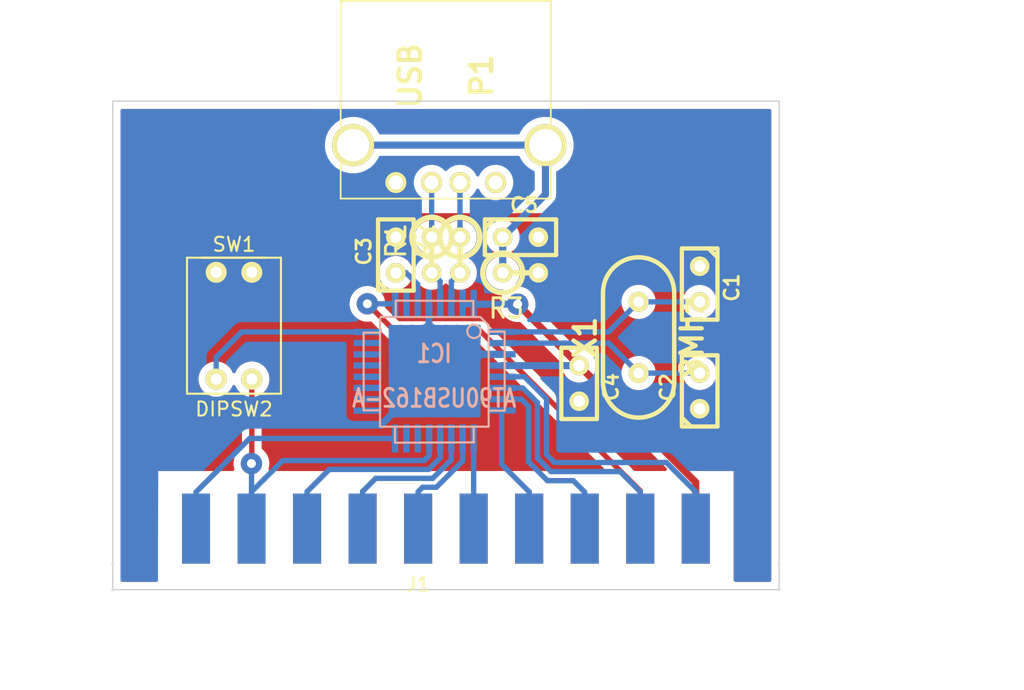
<source format=kicad_pcb>
(kicad_pcb (version 3) (host pcbnew "(2013-07-07 BZR 4022)-stable")

  (general
    (links 43)
    (no_connects 0)
    (area 178.563599 114.211099 255.5738 165.6537)
    (thickness 1.6)
    (drawings 35)
    (tracks 102)
    (zones 0)
    (modules 13)
    (nets 23)
  )

  (page A3)
  (layers
    (15 F.Cu signal)
    (0 B.Cu signal)
    (16 B.Adhes user)
    (17 F.Adhes user)
    (18 B.Paste user)
    (19 F.Paste user)
    (20 B.SilkS user)
    (21 F.SilkS user)
    (22 B.Mask user)
    (23 F.Mask user)
    (24 Dwgs.User user)
    (25 Cmts.User user)
    (26 Eco1.User user)
    (27 Eco2.User user)
    (28 Edge.Cuts user)
  )

  (setup
    (last_trace_width 0.381)
    (trace_clearance 0.254)
    (zone_clearance 0.508)
    (zone_45_only no)
    (trace_min 0.254)
    (segment_width 0.2)
    (edge_width 0.1)
    (via_size 1.524)
    (via_drill 0.635)
    (via_min_size 0.889)
    (via_min_drill 0.508)
    (uvia_size 0.508)
    (uvia_drill 0.127)
    (uvias_allowed no)
    (uvia_min_size 0.508)
    (uvia_min_drill 0.127)
    (pcb_text_width 0.3)
    (pcb_text_size 1.5 1.5)
    (mod_edge_width 0.15)
    (mod_text_size 1 1)
    (mod_text_width 0.15)
    (pad_size 1.5 1.5)
    (pad_drill 0.8)
    (pad_to_mask_clearance 0)
    (aux_axis_origin 0 0)
    (visible_elements 7FFFFFFF)
    (pcbplotparams
      (layerselection 3178497)
      (usegerberextensions true)
      (excludeedgelayer true)
      (linewidth 0.150000)
      (plotframeref false)
      (viasonmask false)
      (mode 1)
      (useauxorigin false)
      (hpglpennumber 1)
      (hpglpenspeed 20)
      (hpglpendiameter 15)
      (hpglpenoverlay 2)
      (psnegative false)
      (psa4output false)
      (plotreference true)
      (plotvalue true)
      (plotothertext true)
      (plotinvisibletext false)
      (padsonsilk false)
      (subtractmaskfromsilk false)
      (outputformat 1)
      (mirror false)
      (drillshape 1)
      (scaleselection 1)
      (outputdirectory ""))
  )

  (net 0 "")
  (net 1 /ACK)
  (net 2 /ATRESET)
  (net 3 /D+)
  (net 4 /D-)
  (net 5 /D0)
  (net 6 /D1)
  (net 7 /D2)
  (net 8 /D3)
  (net 9 /D4)
  (net 10 /D5)
  (net 11 /D6)
  (net 12 /D7)
  (net 13 /RESET)
  (net 14 /SHIELD)
  (net 15 /STROBE)
  (net 16 GND)
  (net 17 N-0000013)
  (net 18 N-0000014)
  (net 19 N-000004)
  (net 20 N-000005)
  (net 21 N-000006)
  (net 22 VCC)

  (net_class Default "Dies ist die voreingestellte Netzklasse."
    (clearance 0.254)
    (trace_width 0.381)
    (via_dia 1.524)
    (via_drill 0.635)
    (uvia_dia 0.508)
    (uvia_drill 0.127)
    (add_net "")
    (add_net /ACK)
    (add_net /ATRESET)
    (add_net /D+)
    (add_net /D-)
    (add_net /D0)
    (add_net /D1)
    (add_net /D2)
    (add_net /D3)
    (add_net /D4)
    (add_net /D5)
    (add_net /D6)
    (add_net /D7)
    (add_net /RESET)
    (add_net /STROBE)
    (add_net N-0000013)
    (add_net N-0000014)
    (add_net N-000004)
    (add_net N-000005)
    (add_net N-000006)
  )

  (net_class Power ""
    (clearance 0.254)
    (trace_width 0.508)
    (via_dia 1.524)
    (via_drill 0.635)
    (uvia_dia 0.508)
    (uvia_drill 0.127)
    (add_net /SHIELD)
    (add_net GND)
    (add_net VCC)
  )

  (module USERPORT (layer F.Cu) (tedit 52E8B607) (tstamp 54211E35)
    (at 208.3816 154.8511)
    (path /5421168E)
    (fp_text reference J1 (at 0 1.27) (layer F.SilkS)
      (effects (font (size 1 1) (thickness 0.15)))
    )
    (fp_text value USERPORT (at 0 2.54) (layer F.SilkS) hide
      (effects (font (size 1 1) (thickness 0.15)))
    )
    (pad 1 connect rect (at 23.76 -2.69) (size 2 5)
      (layers F.Cu)
      (net 16 GND)
    )
    (pad 2 connect rect (at 19.8 -2.69) (size 2 5)
      (layers F.Cu)
      (net 22 VCC)
    )
    (pad 3 connect rect (at 15.84 -2.69) (size 2 5)
      (layers F.Cu)
      (net 13 /RESET)
    )
    (pad 4 connect rect (at 11.88 -2.69) (size 2 5)
      (layers F.Cu)
    )
    (pad 5 connect rect (at 7.92 -2.69) (size 2 5)
      (layers F.Cu)
    )
    (pad 6 connect rect (at 3.96 -2.69) (size 2 5)
      (layers F.Cu)
    )
    (pad 7 connect rect (at 0 -2.69) (size 2 5)
      (layers F.Cu)
    )
    (pad 8 connect rect (at -3.96 -2.69) (size 2 5)
      (layers F.Cu)
    )
    (pad 9 connect rect (at -7.92 -2.69) (size 2 5)
      (layers F.Cu)
    )
    (pad 10 connect rect (at -11.88 -2.69) (size 2 5)
      (layers F.Cu)
    )
    (pad 11 connect rect (at -15.84 -2.69) (size 2 5)
      (layers F.Cu)
    )
    (pad 12 connect rect (at -19.8 -2.69) (size 2 5)
      (layers F.Cu)
      (net 16 GND)
    )
    (pad A connect rect (at 23.76 -2.69) (size 2 5)
      (layers B.Cu)
      (net 16 GND)
    )
    (pad B connect rect (at 19.8 -2.69) (size 2 5)
      (layers B.Cu)
      (net 15 /STROBE)
    )
    (pad C connect rect (at 15.84 -2.69) (size 2 5)
      (layers B.Cu)
      (net 5 /D0)
    )
    (pad D connect rect (at 11.88 -2.69) (size 2 5)
      (layers B.Cu)
      (net 6 /D1)
    )
    (pad E connect rect (at 7.92 -2.69) (size 2 5)
      (layers B.Cu)
      (net 7 /D2)
    )
    (pad F connect rect (at 3.96 -2.69) (size 2 5)
      (layers B.Cu)
      (net 8 /D3)
    )
    (pad H connect rect (at 0 -2.69) (size 2 5)
      (layers B.Cu)
      (net 9 /D4)
    )
    (pad J connect rect (at -3.96 -2.69) (size 2 5)
      (layers B.Cu)
      (net 10 /D5)
    )
    (pad K connect rect (at -7.92 -2.69) (size 2 5)
      (layers B.Cu)
      (net 11 /D6)
    )
    (pad L connect rect (at -11.88 -2.69) (size 2 5)
      (layers B.Cu)
      (net 12 /D7)
    )
    (pad M connect rect (at -15.84 -2.69) (size 2 5)
      (layers B.Cu)
      (net 1 /ACK)
    )
    (pad N connect rect (at -19.8 -2.69) (size 2 5)
      (layers B.Cu)
      (net 16 GND)
    )
  )

  (module USB_A (layer F.Cu) (tedit 48A934F2) (tstamp 54211E43)
    (at 210.3501 127.4826 90)
    (path /54211803)
    (fp_text reference P1 (at 7.62 2.54 90) (layer F.SilkS)
      (effects (font (size 1.524 1.524) (thickness 0.3048)))
    )
    (fp_text value USB (at 7.62 -2.54 90) (layer F.SilkS)
      (effects (font (size 1.524 1.524) (thickness 0.3048)))
    )
    (fp_line (start -1.143 -7.493) (end 12.954 -7.493) (layer F.SilkS) (width 0.127))
    (fp_line (start 12.954 7.493) (end -1.143 7.493) (layer F.SilkS) (width 0.127))
    (fp_line (start -1.143 -7.493) (end -1.143 7.493) (layer F.SilkS) (width 0.127))
    (fp_line (start 12.954 -7.493) (end 12.954 7.493) (layer F.SilkS) (width 0.127))
    (pad 4 thru_hole circle (at 0 -3.556 90) (size 1.50114 1.50114) (drill 1.00076)
      (layers *.Cu *.Mask F.SilkS)
      (net 16 GND)
    )
    (pad 3 thru_hole circle (at 0 -1.016 90) (size 1.50114 1.50114) (drill 1.00076)
      (layers *.Cu *.Mask F.SilkS)
      (net 3 /D+)
    )
    (pad 2 thru_hole circle (at 0 1.016 90) (size 1.50114 1.50114) (drill 1.00076)
      (layers *.Cu *.Mask F.SilkS)
      (net 4 /D-)
    )
    (pad 1 thru_hole circle (at 0 3.556 90) (size 1.50114 1.50114) (drill 1.00076)
      (layers *.Cu *.Mask F.SilkS)
    )
    (pad 5 thru_hole circle (at 2.667 -6.604 90) (size 2.99974 2.99974) (drill 2.30124)
      (layers *.Cu *.Mask F.SilkS)
      (net 14 /SHIELD)
    )
    (pad 6 thru_hole circle (at 2.667 7.112 90) (size 2.99974 2.99974) (drill 2.30124)
      (layers *.Cu *.Mask F.SilkS)
      (net 14 /SHIELD)
    )
    (model connectors/usb_a_through_hole.wrl
      (at (xyz 0 0 0))
      (scale (xyz 1 1 1))
      (rotate (xyz 0 0 0))
    )
  )

  (module TQFP32 (layer B.Cu) (tedit 43A670DA) (tstamp 54211E79)
    (at 209.5246 140.9573 180)
    (path /5421175B)
    (fp_text reference IC1 (at 0 1.27 180) (layer B.SilkS)
      (effects (font (size 1.27 1.016) (thickness 0.2032)) (justify mirror))
    )
    (fp_text value AT90USB162-A (at 0 -1.905 180) (layer B.SilkS)
      (effects (font (size 1.27 1.016) (thickness 0.2032)) (justify mirror))
    )
    (fp_line (start 5.0292 -2.7686) (end 3.8862 -2.7686) (layer B.SilkS) (width 0.1524))
    (fp_line (start 5.0292 2.7686) (end 3.9116 2.7686) (layer B.SilkS) (width 0.1524))
    (fp_line (start 5.0292 -2.7686) (end 5.0292 2.7686) (layer B.SilkS) (width 0.1524))
    (fp_line (start 2.794 -3.9624) (end 2.794 -5.0546) (layer B.SilkS) (width 0.1524))
    (fp_line (start -2.8194 -3.9878) (end -2.8194 -5.0546) (layer B.SilkS) (width 0.1524))
    (fp_line (start -2.8448 -5.0546) (end 2.794 -5.08) (layer B.SilkS) (width 0.1524))
    (fp_line (start -2.794 5.0292) (end 2.7178 5.0546) (layer B.SilkS) (width 0.1524))
    (fp_line (start -3.8862 3.2766) (end -3.8862 -3.9116) (layer B.SilkS) (width 0.1524))
    (fp_line (start 2.7432 5.0292) (end 2.7432 3.9878) (layer B.SilkS) (width 0.1524))
    (fp_line (start -3.2512 3.8862) (end 3.81 3.8862) (layer B.SilkS) (width 0.1524))
    (fp_line (start 3.8608 -3.937) (end 3.8608 3.7846) (layer B.SilkS) (width 0.1524))
    (fp_line (start -3.8862 -3.937) (end 3.7338 -3.937) (layer B.SilkS) (width 0.1524))
    (fp_line (start -5.0292 2.8448) (end -5.0292 -2.794) (layer B.SilkS) (width 0.1524))
    (fp_line (start -5.0292 -2.794) (end -3.8862 -2.794) (layer B.SilkS) (width 0.1524))
    (fp_line (start -3.87604 3.302) (end -3.29184 3.8862) (layer B.SilkS) (width 0.1524))
    (fp_line (start -5.02412 2.8448) (end -3.87604 2.8448) (layer B.SilkS) (width 0.1524))
    (fp_line (start -2.794 3.8862) (end -2.794 5.03428) (layer B.SilkS) (width 0.1524))
    (fp_circle (center -2.83972 2.86004) (end -2.43332 2.60604) (layer B.SilkS) (width 0.1524))
    (pad 8 smd rect (at -4.81584 -2.77622 180) (size 1.99898 0.44958)
      (layers B.Cu B.Paste B.Mask)
      (net 7 /D2)
    )
    (pad 7 smd rect (at -4.81584 -1.97612 180) (size 1.99898 0.44958)
      (layers B.Cu B.Paste B.Mask)
      (net 6 /D1)
    )
    (pad 6 smd rect (at -4.81584 -1.17602 180) (size 1.99898 0.44958)
      (layers B.Cu B.Paste B.Mask)
      (net 5 /D0)
    )
    (pad 5 smd rect (at -4.81584 -0.37592 180) (size 1.99898 0.44958)
      (layers B.Cu B.Paste B.Mask)
      (net 15 /STROBE)
    )
    (pad 4 smd rect (at -4.81584 0.42418 180) (size 1.99898 0.44958)
      (layers B.Cu B.Paste B.Mask)
      (net 22 VCC)
    )
    (pad 3 smd rect (at -4.81584 1.22428 180) (size 1.99898 0.44958)
      (layers B.Cu B.Paste B.Mask)
      (net 16 GND)
    )
    (pad 2 smd rect (at -4.81584 2.02438 180) (size 1.99898 0.44958)
      (layers B.Cu B.Paste B.Mask)
      (net 17 N-0000013)
    )
    (pad 1 smd rect (at -4.81584 2.82448 180) (size 1.99898 0.44958)
      (layers B.Cu B.Paste B.Mask)
      (net 18 N-0000014)
    )
    (pad 24 smd rect (at 4.7498 2.8194 180) (size 1.99898 0.44958)
      (layers B.Cu B.Paste B.Mask)
      (net 2 /ATRESET)
    )
    (pad 17 smd rect (at 4.7498 -2.794 180) (size 1.99898 0.44958)
      (layers B.Cu B.Paste B.Mask)
    )
    (pad 18 smd rect (at 4.7498 -1.9812 180) (size 1.99898 0.44958)
      (layers B.Cu B.Paste B.Mask)
    )
    (pad 19 smd rect (at 4.7498 -1.1684 180) (size 1.99898 0.44958)
      (layers B.Cu B.Paste B.Mask)
    )
    (pad 20 smd rect (at 4.7498 -0.381 180) (size 1.99898 0.44958)
      (layers B.Cu B.Paste B.Mask)
    )
    (pad 21 smd rect (at 4.7498 0.4318 180) (size 1.99898 0.44958)
      (layers B.Cu B.Paste B.Mask)
    )
    (pad 22 smd rect (at 4.7498 1.2192 180) (size 1.99898 0.44958)
      (layers B.Cu B.Paste B.Mask)
    )
    (pad 23 smd rect (at 4.7498 2.032 180) (size 1.99898 0.44958)
      (layers B.Cu B.Paste B.Mask)
    )
    (pad 32 smd rect (at -2.82448 4.826 180) (size 0.44958 1.99898)
      (layers B.Cu B.Paste B.Mask)
      (net 22 VCC)
    )
    (pad 31 smd rect (at -2.02692 4.826 180) (size 0.44958 1.99898)
      (layers B.Cu B.Paste B.Mask)
      (net 22 VCC)
    )
    (pad 30 smd rect (at -1.22428 4.826 180) (size 0.44958 1.99898)
      (layers B.Cu B.Paste B.Mask)
      (net 19 N-000004)
    )
    (pad 29 smd rect (at -0.42672 4.826 180) (size 0.44958 1.99898)
      (layers B.Cu B.Paste B.Mask)
      (net 20 N-000005)
    )
    (pad 28 smd rect (at 0.37592 4.826 180) (size 0.44958 1.99898)
      (layers B.Cu B.Paste B.Mask)
      (net 16 GND)
    )
    (pad 27 smd rect (at 1.17348 4.826 180) (size 0.44958 1.99898)
      (layers B.Cu B.Paste B.Mask)
      (net 21 N-000006)
    )
    (pad 26 smd rect (at 1.97612 4.826 180) (size 0.44958 1.99898)
      (layers B.Cu B.Paste B.Mask)
    )
    (pad 25 smd rect (at 2.77368 4.826 180) (size 0.44958 1.99898)
      (layers B.Cu B.Paste B.Mask)
      (net 13 /RESET)
    )
    (pad 9 smd rect (at -2.8194 -4.7752 180) (size 0.44958 1.99898)
      (layers B.Cu B.Paste B.Mask)
      (net 8 /D3)
    )
    (pad 10 smd rect (at -2.032 -4.7752 180) (size 0.44958 1.99898)
      (layers B.Cu B.Paste B.Mask)
      (net 9 /D4)
    )
    (pad 11 smd rect (at -1.2192 -4.7752 180) (size 0.44958 1.99898)
      (layers B.Cu B.Paste B.Mask)
      (net 10 /D5)
    )
    (pad 12 smd rect (at -0.4318 -4.7752 180) (size 0.44958 1.99898)
      (layers B.Cu B.Paste B.Mask)
      (net 11 /D6)
    )
    (pad 13 smd rect (at 0.3556 -4.7752 180) (size 0.44958 1.99898)
      (layers B.Cu B.Paste B.Mask)
      (net 12 /D7)
    )
    (pad 14 smd rect (at 1.1684 -4.7752 180) (size 0.44958 1.99898)
      (layers B.Cu B.Paste B.Mask)
    )
    (pad 15 smd rect (at 1.9812 -4.7752 180) (size 0.44958 1.99898)
      (layers B.Cu B.Paste B.Mask)
    )
    (pad 16 smd rect (at 2.794 -4.7752 180) (size 0.44958 1.99898)
      (layers B.Cu B.Paste B.Mask)
      (net 1 /ACK)
    )
    (model smd/tqfp32.wrl
      (at (xyz 0 0 0))
      (scale (xyz 1 1 1))
      (rotate (xyz 0 0 0))
    )
  )

  (module HC-49V (layer F.Cu) (tedit 4C5EC450) (tstamp 54211EAF)
    (at 224.1042 138.5316 90)
    (descr "Quartz boitier HC-49 Vertical")
    (tags "QUARTZ DEV")
    (path /542118AA)
    (autoplace_cost180 10)
    (fp_text reference X1 (at 0 -3.81 90) (layer F.SilkS)
      (effects (font (size 1.524 1.524) (thickness 0.3048)))
    )
    (fp_text value 8Mhz (at 0 3.81 90) (layer F.SilkS)
      (effects (font (size 1.524 1.524) (thickness 0.3048)))
    )
    (fp_line (start -3.175 2.54) (end 3.175 2.54) (layer F.SilkS) (width 0.3175))
    (fp_line (start -3.175 -2.54) (end 3.175 -2.54) (layer F.SilkS) (width 0.3175))
    (fp_arc (start 3.175 0) (end 3.175 -2.54) (angle 90) (layer F.SilkS) (width 0.3175))
    (fp_arc (start 3.175 0) (end 5.715 0) (angle 90) (layer F.SilkS) (width 0.3175))
    (fp_arc (start -3.175 0) (end -5.715 0) (angle 90) (layer F.SilkS) (width 0.3175))
    (fp_arc (start -3.175 0) (end -3.175 2.54) (angle 90) (layer F.SilkS) (width 0.3175))
    (pad 1 thru_hole circle (at -2.54 0 90) (size 1.4224 1.4224) (drill 0.762)
      (layers *.Cu *.Mask F.SilkS)
      (net 17 N-0000013)
    )
    (pad 2 thru_hole circle (at 2.54 0 90) (size 1.4224 1.4224) (drill 0.762)
      (layers *.Cu *.Mask F.SilkS)
      (net 18 N-0000014)
    )
    (model discret/xtal/crystal_hc18u_vertical.wrl
      (at (xyz 0 0 0))
      (scale (xyz 1 1 0.2))
      (rotate (xyz 0 0 0))
    )
  )

  (module C1 (layer F.Cu) (tedit 3F92C496) (tstamp 54211EC8)
    (at 206.7941 132.6515 90)
    (descr "Condensateur e = 1 pas")
    (tags C)
    (path /54211860)
    (fp_text reference C3 (at 0.254 -2.286 90) (layer F.SilkS)
      (effects (font (size 1.016 1.016) (thickness 0.2032)))
    )
    (fp_text value 1uF (at 0 -2.286 90) (layer F.SilkS) hide
      (effects (font (size 1.016 1.016) (thickness 0.2032)))
    )
    (fp_line (start -2.4892 -1.27) (end 2.54 -1.27) (layer F.SilkS) (width 0.3048))
    (fp_line (start 2.54 -1.27) (end 2.54 1.27) (layer F.SilkS) (width 0.3048))
    (fp_line (start 2.54 1.27) (end -2.54 1.27) (layer F.SilkS) (width 0.3048))
    (fp_line (start -2.54 1.27) (end -2.54 -1.27) (layer F.SilkS) (width 0.3048))
    (fp_line (start -2.54 -0.635) (end -1.905 -1.27) (layer F.SilkS) (width 0.3048))
    (pad 1 thru_hole circle (at -1.27 0 90) (size 1.397 1.397) (drill 0.8128)
      (layers *.Cu *.Mask F.SilkS)
      (net 21 N-000006)
    )
    (pad 2 thru_hole circle (at 1.27 0 90) (size 1.397 1.397) (drill 0.8128)
      (layers *.Cu *.Mask F.SilkS)
      (net 16 GND)
    )
    (model discret/capa_1_pas.wrl
      (at (xyz 0 0 0))
      (scale (xyz 1 1 1))
      (rotate (xyz 0 0 0))
    )
  )

  (module C1 (layer F.Cu) (tedit 3F92C496) (tstamp 54211ED3)
    (at 228.4603 134.7216 270)
    (descr "Condensateur e = 1 pas")
    (tags C)
    (path /542118E5)
    (fp_text reference C1 (at 0.254 -2.286 270) (layer F.SilkS)
      (effects (font (size 1.016 1.016) (thickness 0.2032)))
    )
    (fp_text value 18pF (at 0 -2.286 270) (layer F.SilkS) hide
      (effects (font (size 1.016 1.016) (thickness 0.2032)))
    )
    (fp_line (start -2.4892 -1.27) (end 2.54 -1.27) (layer F.SilkS) (width 0.3048))
    (fp_line (start 2.54 -1.27) (end 2.54 1.27) (layer F.SilkS) (width 0.3048))
    (fp_line (start 2.54 1.27) (end -2.54 1.27) (layer F.SilkS) (width 0.3048))
    (fp_line (start -2.54 1.27) (end -2.54 -1.27) (layer F.SilkS) (width 0.3048))
    (fp_line (start -2.54 -0.635) (end -1.905 -1.27) (layer F.SilkS) (width 0.3048))
    (pad 1 thru_hole circle (at -1.27 0 270) (size 1.397 1.397) (drill 0.8128)
      (layers *.Cu *.Mask F.SilkS)
      (net 16 GND)
    )
    (pad 2 thru_hole circle (at 1.27 0 270) (size 1.397 1.397) (drill 0.8128)
      (layers *.Cu *.Mask F.SilkS)
      (net 18 N-0000014)
    )
    (model discret/capa_1_pas.wrl
      (at (xyz 0 0 0))
      (scale (xyz 1 1 1))
      (rotate (xyz 0 0 0))
    )
  )

  (module C1 (layer F.Cu) (tedit 3F92C496) (tstamp 54211EDE)
    (at 228.4603 142.3416 90)
    (descr "Condensateur e = 1 pas")
    (tags C)
    (path /542118FE)
    (fp_text reference C2 (at 0.254 -2.286 90) (layer F.SilkS)
      (effects (font (size 1.016 1.016) (thickness 0.2032)))
    )
    (fp_text value 18pF (at 0 -2.286 90) (layer F.SilkS) hide
      (effects (font (size 1.016 1.016) (thickness 0.2032)))
    )
    (fp_line (start -2.4892 -1.27) (end 2.54 -1.27) (layer F.SilkS) (width 0.3048))
    (fp_line (start 2.54 -1.27) (end 2.54 1.27) (layer F.SilkS) (width 0.3048))
    (fp_line (start 2.54 1.27) (end -2.54 1.27) (layer F.SilkS) (width 0.3048))
    (fp_line (start -2.54 1.27) (end -2.54 -1.27) (layer F.SilkS) (width 0.3048))
    (fp_line (start -2.54 -0.635) (end -1.905 -1.27) (layer F.SilkS) (width 0.3048))
    (pad 1 thru_hole circle (at -1.27 0 90) (size 1.397 1.397) (drill 0.8128)
      (layers *.Cu *.Mask F.SilkS)
      (net 16 GND)
    )
    (pad 2 thru_hole circle (at 1.27 0 90) (size 1.397 1.397) (drill 0.8128)
      (layers *.Cu *.Mask F.SilkS)
      (net 17 N-0000013)
    )
    (model discret/capa_1_pas.wrl
      (at (xyz 0 0 0))
      (scale (xyz 1 1 1))
      (rotate (xyz 0 0 0))
    )
  )

  (module C1 (layer F.Cu) (tedit 3F92C496) (tstamp 54211EE9)
    (at 219.8624 141.8082 270)
    (descr "Condensateur e = 1 pas")
    (tags C)
    (path /542119EC)
    (fp_text reference C4 (at 0.254 -2.286 270) (layer F.SilkS)
      (effects (font (size 1.016 1.016) (thickness 0.2032)))
    )
    (fp_text value 100nF (at 0 -2.286 270) (layer F.SilkS) hide
      (effects (font (size 1.016 1.016) (thickness 0.2032)))
    )
    (fp_line (start -2.4892 -1.27) (end 2.54 -1.27) (layer F.SilkS) (width 0.3048))
    (fp_line (start 2.54 -1.27) (end 2.54 1.27) (layer F.SilkS) (width 0.3048))
    (fp_line (start 2.54 1.27) (end -2.54 1.27) (layer F.SilkS) (width 0.3048))
    (fp_line (start -2.54 1.27) (end -2.54 -1.27) (layer F.SilkS) (width 0.3048))
    (fp_line (start -2.54 -0.635) (end -1.905 -1.27) (layer F.SilkS) (width 0.3048))
    (pad 1 thru_hole circle (at -1.27 0 270) (size 1.397 1.397) (drill 0.8128)
      (layers *.Cu *.Mask F.SilkS)
      (net 22 VCC)
    )
    (pad 2 thru_hole circle (at 1.27 0 270) (size 1.397 1.397) (drill 0.8128)
      (layers *.Cu *.Mask F.SilkS)
      (net 16 GND)
    )
    (model discret/capa_1_pas.wrl
      (at (xyz 0 0 0))
      (scale (xyz 1 1 1))
      (rotate (xyz 0 0 0))
    )
  )

  (module C1 (layer F.Cu) (tedit 3F92C496) (tstamp 54211EF4)
    (at 215.6841 131.3815)
    (descr "Condensateur e = 1 pas")
    (tags C)
    (path /54211A1C)
    (fp_text reference C5 (at 0.254 -2.286) (layer F.SilkS)
      (effects (font (size 1.016 1.016) (thickness 0.2032)))
    )
    (fp_text value 4.7nF (at 0 -2.286) (layer F.SilkS) hide
      (effects (font (size 1.016 1.016) (thickness 0.2032)))
    )
    (fp_line (start -2.4892 -1.27) (end 2.54 -1.27) (layer F.SilkS) (width 0.3048))
    (fp_line (start 2.54 -1.27) (end 2.54 1.27) (layer F.SilkS) (width 0.3048))
    (fp_line (start 2.54 1.27) (end -2.54 1.27) (layer F.SilkS) (width 0.3048))
    (fp_line (start -2.54 1.27) (end -2.54 -1.27) (layer F.SilkS) (width 0.3048))
    (fp_line (start -2.54 -0.635) (end -1.905 -1.27) (layer F.SilkS) (width 0.3048))
    (pad 1 thru_hole circle (at -1.27 0) (size 1.397 1.397) (drill 0.8128)
      (layers *.Cu *.Mask F.SilkS)
      (net 14 /SHIELD)
    )
    (pad 2 thru_hole circle (at 1.27 0) (size 1.397 1.397) (drill 0.8128)
      (layers *.Cu *.Mask F.SilkS)
      (net 16 GND)
    )
    (model discret/capa_1_pas.wrl
      (at (xyz 0 0 0))
      (scale (xyz 1 1 1))
      (rotate (xyz 0 0 0))
    )
  )

  (module R1 (layer F.Cu) (tedit 200000) (tstamp 54212017)
    (at 209.3468 132.6515 270)
    (descr "Resistance verticale")
    (tags R)
    (path /54211829)
    (autoplace_cost90 10)
    (autoplace_cost180 10)
    (fp_text reference R1 (at -1.016 2.54 270) (layer F.SilkS)
      (effects (font (size 1.397 1.27) (thickness 0.2032)))
    )
    (fp_text value 22 (at -1.143 2.54 270) (layer F.SilkS) hide
      (effects (font (size 1.397 1.27) (thickness 0.2032)))
    )
    (fp_line (start -1.27 0) (end 1.27 0) (layer F.SilkS) (width 0.381))
    (fp_circle (center -1.27 0) (end -0.635 1.27) (layer F.SilkS) (width 0.381))
    (pad 1 thru_hole circle (at -1.27 0 270) (size 1.397 1.397) (drill 0.8128)
      (layers *.Cu *.Mask F.SilkS)
      (net 3 /D+)
    )
    (pad 2 thru_hole circle (at 1.27 0 270) (size 1.397 1.397) (drill 0.8128)
      (layers *.Cu *.Mask F.SilkS)
      (net 20 N-000005)
    )
    (model discret/verti_resistor.wrl
      (at (xyz 0 0 0))
      (scale (xyz 1 1 1))
      (rotate (xyz 0 0 0))
    )
  )

  (module R1 (layer F.Cu) (tedit 200000) (tstamp 5421201F)
    (at 211.3661 132.6515 270)
    (descr "Resistance verticale")
    (tags R)
    (path /5421183B)
    (autoplace_cost90 10)
    (autoplace_cost180 10)
    (fp_text reference R2 (at -1.016 2.54 270) (layer F.SilkS)
      (effects (font (size 1.397 1.27) (thickness 0.2032)))
    )
    (fp_text value 22 (at -1.143 2.54 270) (layer F.SilkS) hide
      (effects (font (size 1.397 1.27) (thickness 0.2032)))
    )
    (fp_line (start -1.27 0) (end 1.27 0) (layer F.SilkS) (width 0.381))
    (fp_circle (center -1.27 0) (end -0.635 1.27) (layer F.SilkS) (width 0.381))
    (pad 1 thru_hole circle (at -1.27 0 270) (size 1.397 1.397) (drill 0.8128)
      (layers *.Cu *.Mask F.SilkS)
      (net 4 /D-)
    )
    (pad 2 thru_hole circle (at 1.27 0 270) (size 1.397 1.397) (drill 0.8128)
      (layers *.Cu *.Mask F.SilkS)
      (net 19 N-000004)
    )
    (model discret/verti_resistor.wrl
      (at (xyz 0 0 0))
      (scale (xyz 1 1 1))
      (rotate (xyz 0 0 0))
    )
  )

  (module R1 (layer F.Cu) (tedit 200000) (tstamp 54212027)
    (at 215.6841 133.9215)
    (descr "Resistance verticale")
    (tags R)
    (path /54211A2B)
    (autoplace_cost90 10)
    (autoplace_cost180 10)
    (fp_text reference R3 (at -1.016 2.54) (layer F.SilkS)
      (effects (font (size 1.397 1.27) (thickness 0.2032)))
    )
    (fp_text value 1M (at -1.143 2.54) (layer F.SilkS) hide
      (effects (font (size 1.397 1.27) (thickness 0.2032)))
    )
    (fp_line (start -1.27 0) (end 1.27 0) (layer F.SilkS) (width 0.381))
    (fp_circle (center -1.27 0) (end -0.635 1.27) (layer F.SilkS) (width 0.381))
    (pad 1 thru_hole circle (at -1.27 0) (size 1.397 1.397) (drill 0.8128)
      (layers *.Cu *.Mask F.SilkS)
      (net 14 /SHIELD)
    )
    (pad 2 thru_hole circle (at 1.27 0) (size 1.397 1.397) (drill 0.8128)
      (layers *.Cu *.Mask F.SilkS)
      (net 16 GND)
    )
    (model discret/verti_resistor.wrl
      (at (xyz 0 0 0))
      (scale (xyz 1 1 1))
      (rotate (xyz 0 0 0))
    )
  )

  (module DIPSW2 (layer F.Cu) (tedit 5421385C) (tstamp 542138A1)
    (at 195.2498 137.6934)
    (path /54211D29)
    (fp_text reference SW1 (at 0 -5.8) (layer F.SilkS)
      (effects (font (size 1 1) (thickness 0.15)))
    )
    (fp_text value DIPSW2 (at 0 5.95) (layer F.SilkS)
      (effects (font (size 1 1) (thickness 0.15)))
    )
    (fp_line (start -3.35 4.85) (end 3.35 4.85) (layer F.SilkS) (width 0.15))
    (fp_line (start 3.35 4.85) (end 3.35 -4.85) (layer F.SilkS) (width 0.15))
    (fp_line (start 3.35 -4.85) (end -3.35 -4.85) (layer F.SilkS) (width 0.15))
    (fp_line (start -3.35 -4.85) (end -3.35 4.85) (layer F.SilkS) (width 0.15))
    (fp_line (start -2.3 4.85) (end 2.3 4.85) (layer F.SilkS) (width 0.15))
    (fp_line (start 2.3 -4.85) (end -2.3 -4.85) (layer F.SilkS) (width 0.15))
    (pad 2 thru_hole circle (at -1.27 -3.81) (size 1.5 1.5) (drill 0.8)
      (layers *.Cu *.Mask F.SilkS)
      (net 16 GND)
    )
    (pad 4 thru_hole circle (at 1.27 -3.81) (size 1.5 1.5) (drill 0.8)
      (layers *.Cu *.Mask F.SilkS)
      (net 16 GND)
    )
    (pad 3 thru_hole circle (at 1.27 3.81) (size 1.5 1.5) (drill 0.8)
      (layers *.Cu *.Mask F.SilkS)
      (net 12 /D7)
    )
    (pad 1 thru_hole circle (at -1.27 3.81) (size 1.5 1.5) (drill 0.8)
      (layers *.Cu *.Mask F.SilkS)
      (net 2 /ATRESET)
    )
  )

  (gr_line (start 187.7949 132.6515) (end 187.7949 132.6261) (angle 90) (layer Dwgs.User) (width 0.2))
  (gr_line (start 224.0915 132.6515) (end 187.7949 132.6515) (angle 90) (layer Dwgs.User) (width 0.2))
  (dimension 34.8361 (width 0.3) (layer Dwgs.User)
    (gr_text "34,836 mm" (at 248.9238 139.09675 90) (layer Dwgs.User)
      (effects (font (size 1.5 1.5) (thickness 0.3)))
    )
    (feature1 (pts (xy 234.1245 121.6787) (xy 250.2738 121.6787)))
    (feature2 (pts (xy 234.1245 156.5148) (xy 250.2738 156.5148)))
    (crossbar (pts (xy 247.5738 156.5148) (xy 247.5738 121.6787)))
    (arrow1a (pts (xy 247.5738 121.6787) (xy 248.16022 122.805203)))
    (arrow1b (pts (xy 247.5738 121.6787) (xy 246.98738 122.805203)))
    (arrow2a (pts (xy 247.5738 156.5148) (xy 248.16022 155.388297)))
    (arrow2b (pts (xy 247.5738 156.5148) (xy 246.98738 155.388297)))
  )
  (dimension 47.5234 (width 0.3) (layer Dwgs.User)
    (gr_text "47,523 mm" (at 210.3628 164.303699) (layer Dwgs.User)
      (effects (font (size 1.5 1.5) (thickness 0.3)))
    )
    (feature1 (pts (xy 234.1245 156.5148) (xy 234.1245 165.653699)))
    (feature2 (pts (xy 186.6011 156.5148) (xy 186.6011 165.653699)))
    (crossbar (pts (xy 186.6011 162.953699) (xy 234.1245 162.953699)))
    (arrow1a (pts (xy 234.1245 162.953699) (xy 232.997997 163.540119)))
    (arrow1b (pts (xy 234.1245 162.953699) (xy 232.997997 162.367279)))
    (arrow2a (pts (xy 186.6011 162.953699) (xy 187.727603 163.540119)))
    (arrow2b (pts (xy 186.6011 162.953699) (xy 187.727603 162.367279)))
  )
  (gr_line (start 201.1934 124.8156) (end 201.1934 130.1115) (angle 90) (layer Dwgs.User) (width 0.2))
  (gr_line (start 220.0148 130.2766) (end 219.9894 130.2766) (angle 90) (layer Dwgs.User) (width 0.2))
  (gr_line (start 220.0148 124.8029) (end 220.0148 130.2766) (angle 90) (layer Dwgs.User) (width 0.2))
  (gr_line (start 237.0455 148.0566) (end 237.0455 148.0693) (angle 90) (layer Dwgs.User) (width 0.2))
  (gr_line (start 184.9755 148.0566) (end 237.0455 148.0566) (angle 90) (layer Dwgs.User) (width 0.2))
  (gr_line (start 192.4304 124.8156) (end 227.8888 124.8156) (angle 90) (layer Dwgs.User) (width 0.2))
  (gr_line (start 199.4535 129.667) (end 220.5863 129.667) (angle 90) (layer Dwgs.User) (width 0.2))
  (gr_line (start 201.1553 131.3688) (end 201.1299 131.3688) (angle 90) (layer Dwgs.User) (width 0.2))
  (gr_line (start 234.1245 156.5148) (end 186.6011 156.5148) (angle 90) (layer Edge.Cuts) (width 0.1))
  (gr_line (start 234.1245 121.6787) (end 234.1245 156.5148) (angle 90) (layer Edge.Cuts) (width 0.1))
  (gr_line (start 186.6011 121.6787) (end 234.1245 121.6787) (angle 90) (layer Edge.Cuts) (width 0.1))
  (gr_line (start 186.6011 156.5148) (end 186.6011 121.6787) (angle 90) (layer Edge.Cuts) (width 0.1))
  (gr_line (start 234.1245 154.6606) (end 234.1245 121.3358) (angle 90) (layer Dwgs.User) (width 0.2))
  (gr_line (start 244.7544 121.6787) (end 244.7544 121.6914) (angle 90) (layer Dwgs.User) (width 0.2))
  (gr_line (start 210.2612 121.6787) (end 244.7544 121.6787) (angle 90) (layer Dwgs.User) (width 0.2))
  (gr_line (start 210.2358 121.6787) (end 178.6636 121.6787) (angle 90) (layer Dwgs.User) (width 0.2))
  (target plus (at 234.1245 156.5148) (size 0.005) (width 0.1) (layer Edge.Cuts))
  (target plus (at 234.1245 154.6606) (size 0.005) (width 0.1) (layer Edge.Cuts))
  (target plus (at 186.6011 156.5148) (size 0.005) (width 0.1) (layer Edge.Cuts))
  (target plus (at 186.6011 154.6733) (size 0.005) (width 0.1) (layer Edge.Cuts))
  (gr_line (start 228.4603 142.3416) (end 228.4603 125.8951) (angle 90) (layer Dwgs.User) (width 0.2))
  (gr_line (start 213.3981 138.5316) (end 230.6066 138.5316) (angle 90) (layer Dwgs.User) (width 0.2))
  (gr_line (start 205.0288 133.9215) (end 205.0288 133.8961) (angle 90) (layer Dwgs.User) (width 0.2))
  (gr_line (start 210.3501 133.9215) (end 205.0288 133.9215) (angle 90) (layer Dwgs.User) (width 0.2))
  (gr_line (start 210.3501 133.9215) (end 218.2749 133.9215) (angle 90) (layer Dwgs.User) (width 0.2))
  (gr_line (start 210.3501 131.3815) (end 201.0283 131.3815) (angle 90) (layer Dwgs.User) (width 0.2))
  (gr_line (start 219.2909 131.3815) (end 219.2909 131.3942) (angle 90) (layer Dwgs.User) (width 0.2))
  (gr_line (start 210.3501 131.3815) (end 219.2909 131.3815) (angle 90) (layer Dwgs.User) (width 0.2))
  (gr_line (start 210.3501 126.1364) (end 210.3628 126.1364) (angle 90) (layer Dwgs.User) (width 0.2))
  (gr_line (start 210.3501 128.8034) (end 210.3501 126.1364) (angle 90) (layer Dwgs.User) (width 0.2))
  (gr_line (start 210.3501 136.9949) (end 210.3501 128.7907) (angle 90) (layer Dwgs.User) (width 0.2))

  (segment (start 192.5416 152.1611) (end 192.5416 149.5583) (width 0.381) (layer B.Cu) (net 1))
  (segment (start 196.3674 145.7325) (end 206.7306 145.7325) (width 0.381) (layer B.Cu) (net 1))
  (segment (start 192.5416 149.5583) (end 196.3674 145.7325) (width 0.381) (layer B.Cu) (net 1) (tstamp 54212267))
  (segment (start 204.7748 138.1379) (end 195.7959 138.1379) (width 0.381) (layer B.Cu) (net 2))
  (segment (start 193.9798 139.954) (end 193.9798 141.5034) (width 0.381) (layer B.Cu) (net 2) (tstamp 54213D28))
  (segment (start 195.7959 138.1379) (end 193.9798 139.954) (width 0.381) (layer B.Cu) (net 2) (tstamp 54213D26))
  (segment (start 209.3468 131.3815) (end 209.3468 127.4953) (width 0.381) (layer B.Cu) (net 3))
  (segment (start 209.3468 127.4953) (end 209.3341 127.4826) (width 0.381) (layer B.Cu) (net 3) (tstamp 542123CE))
  (segment (start 211.3661 131.3815) (end 211.3661 127.4826) (width 0.381) (layer B.Cu) (net 4))
  (segment (start 214.34044 142.13332) (end 215.84412 142.13332) (width 0.381) (layer B.Cu) (net 5))
  (segment (start 224.2216 149.5329) (end 224.2216 152.1611) (width 0.381) (layer B.Cu) (net 5) (tstamp 54212700))
  (segment (start 222.7834 148.0947) (end 224.2216 149.5329) (width 0.381) (layer B.Cu) (net 5) (tstamp 542126FB))
  (segment (start 217.852128 148.0947) (end 222.7834 148.0947) (width 0.381) (layer B.Cu) (net 5) (tstamp 542126F3))
  (segment (start 216.890602 147.133174) (end 217.852128 148.0947) (width 0.381) (layer B.Cu) (net 5) (tstamp 542126EA))
  (segment (start 216.890602 143.179802) (end 216.890602 147.133174) (width 0.381) (layer B.Cu) (net 5) (tstamp 542126E5))
  (segment (start 215.84412 142.13332) (end 216.890602 143.179802) (width 0.381) (layer B.Cu) (net 5) (tstamp 542126DE))
  (segment (start 220.2616 152.1611) (end 220.2616 149.5607) (width 0.381) (layer B.Cu) (net 6))
  (segment (start 220.2616 149.5607) (end 219.4433 148.7424) (width 0.381) (layer B.Cu) (net 6) (tstamp 542126C7))
  (segment (start 214.34044 142.93342) (end 215.74252 142.93342) (width 0.381) (layer B.Cu) (net 6))
  (segment (start 215.74252 142.93342) (end 216.2556 143.4465) (width 0.381) (layer B.Cu) (net 6) (tstamp 542126B9))
  (segment (start 216.2556 143.4465) (end 216.2556 147.3962) (width 0.381) (layer B.Cu) (net 6) (tstamp 542126BB))
  (segment (start 216.2556 147.3962) (end 217.6018 148.7424) (width 0.381) (layer B.Cu) (net 6) (tstamp 542126BD))
  (segment (start 217.6018 148.7424) (end 219.4433 148.7424) (width 0.381) (layer B.Cu) (net 6) (tstamp 542126BF))
  (segment (start 214.34044 143.73352) (end 214.34044 147.57654) (width 0.381) (layer B.Cu) (net 7))
  (segment (start 216.3016 149.5377) (end 216.3016 152.1611) (width 0.381) (layer B.Cu) (net 7) (tstamp 54212270))
  (segment (start 214.34044 147.57654) (end 216.3016 149.5377) (width 0.381) (layer B.Cu) (net 7) (tstamp 5421226E))
  (segment (start 212.3416 152.1611) (end 212.3416 145.7349) (width 0.381) (layer B.Cu) (net 8))
  (segment (start 212.3416 145.7349) (end 212.344 145.7325) (width 0.381) (layer B.Cu) (net 8) (tstamp 5421226B))
  (segment (start 212.3543 145.7428) (end 212.344 145.7325) (width 0.381) (layer B.Cu) (net 8) (tstamp 54212212))
  (segment (start 208.3816 152.1611) (end 208.3816 149.5298) (width 0.381) (layer B.Cu) (net 9))
  (segment (start 208.3816 149.5298) (end 208.699094 149.212306) (width 0.381) (layer B.Cu) (net 9) (tstamp 5421224F))
  (segment (start 211.5566 145.7325) (end 211.5566 147.341728) (width 0.381) (layer B.Cu) (net 9))
  (segment (start 209.686022 149.212306) (end 208.699094 149.212306) (width 0.381) (layer B.Cu) (net 9) (tstamp 5421222C))
  (segment (start 211.5566 147.341728) (end 209.686022 149.212306) (width 0.381) (layer B.Cu) (net 9) (tstamp 5421222A))
  (segment (start 204.4216 152.1611) (end 204.4216 149.5147) (width 0.381) (layer B.Cu) (net 10))
  (segment (start 210.7438 147.2565) (end 209.422996 148.577304) (width 0.381) (layer B.Cu) (net 10) (tstamp 54212205))
  (segment (start 209.422996 148.577304) (end 205.625696 148.577304) (width 0.381) (layer B.Cu) (net 10) (tstamp 54212206))
  (segment (start 210.7438 147.2565) (end 210.7438 145.7325) (width 0.381) (layer B.Cu) (net 10))
  (segment (start 205.358996 148.577304) (end 205.625696 148.577304) (width 0.381) (layer B.Cu) (net 10) (tstamp 54212256))
  (segment (start 204.4216 149.5147) (end 205.358996 148.577304) (width 0.381) (layer B.Cu) (net 10) (tstamp 54212255))
  (segment (start 200.4616 152.1611) (end 200.4616 149.525) (width 0.381) (layer B.Cu) (net 11))
  (segment (start 200.4616 149.525) (end 202.044298 147.942302) (width 0.381) (layer B.Cu) (net 11) (tstamp 54212260))
  (segment (start 209.9564 147.1168) (end 209.9564 145.7325) (width 0.381) (layer B.Cu) (net 11) (tstamp 54212202))
  (segment (start 209.130898 147.942302) (end 209.9564 147.1168) (width 0.381) (layer B.Cu) (net 11) (tstamp 54212201))
  (segment (start 202.044298 147.942302) (end 209.130898 147.942302) (width 0.381) (layer B.Cu) (net 11) (tstamp 54212264))
  (segment (start 196.5016 152.1611) (end 196.5016 147.5304) (width 0.381) (layer B.Cu) (net 12))
  (segment (start 196.5198 147.4978) (end 196.5198 141.5034) (width 0.381) (layer F.Cu) (net 12) (tstamp 54213CE3))
  (segment (start 196.4944 147.5232) (end 196.5198 147.4978) (width 0.381) (layer F.Cu) (net 12) (tstamp 54213CE2))
  (via (at 196.4944 147.5232) (size 1.524) (layers F.Cu B.Cu) (net 12))
  (segment (start 196.5016 147.5304) (end 196.4944 147.5232) (width 0.381) (layer B.Cu) (net 12) (tstamp 54213CD4))
  (segment (start 196.5016 152.1611) (end 196.5016 149.5353) (width 0.381) (layer B.Cu) (net 12))
  (segment (start 196.5016 149.5353) (end 198.7296 147.3073) (width 0.381) (layer B.Cu) (net 12) (tstamp 54212259))
  (segment (start 209.169 145.7325) (end 209.169 146.9517) (width 0.381) (layer B.Cu) (net 12))
  (segment (start 208.8134 147.3073) (end 198.7296 147.3073) (width 0.381) (layer B.Cu) (net 12) (tstamp 542121F8))
  (segment (start 209.169 146.9517) (end 208.8134 147.3073) (width 0.381) (layer B.Cu) (net 12) (tstamp 542121F7))
  (segment (start 210.9597 138.0744) (end 206.7052 138.0744) (width 0.381) (layer F.Cu) (net 13))
  (segment (start 204.7621 136.1313) (end 206.75092 136.1313) (width 0.381) (layer B.Cu) (net 13) (tstamp 5421468B) (status 800000))
  (via (at 204.7621 136.1313) (size 1.524) (layers F.Cu B.Cu) (net 13))
  (segment (start 206.7052 138.0744) (end 204.7621 136.1313) (width 0.381) (layer F.Cu) (net 13) (tstamp 54214679))
  (segment (start 212.8266 138.0744) (end 210.9597 138.0744) (width 0.381) (layer F.Cu) (net 13) (tstamp 54214602))
  (segment (start 224.2216 149.4694) (end 212.8266 138.0744) (width 0.381) (layer F.Cu) (net 13) (tstamp 542145F5))
  (segment (start 224.2216 152.1611) (end 224.2216 149.4694) (width 0.381) (layer F.Cu) (net 13))
  (segment (start 214.4141 131.3815) (end 214.4141 133.9215) (width 0.508) (layer B.Cu) (net 14))
  (segment (start 217.4621 124.8156) (end 217.4621 128.3335) (width 0.508) (layer B.Cu) (net 14))
  (segment (start 217.4621 128.3335) (end 214.4141 131.3815) (width 0.508) (layer B.Cu) (net 14) (tstamp 542128D7))
  (segment (start 203.7461 124.8156) (end 217.4621 124.8156) (width 0.508) (layer B.Cu) (net 14))
  (segment (start 214.34044 141.33322) (end 215.95842 141.33322) (width 0.381) (layer B.Cu) (net 15))
  (segment (start 228.1816 149.5432) (end 228.1816 152.1611) (width 0.381) (layer B.Cu) (net 15))
  (segment (start 226.0854 147.447) (end 228.1816 149.5432) (width 0.381) (layer B.Cu) (net 15) (tstamp 5421272B))
  (segment (start 218.109802 147.447) (end 226.0854 147.447) (width 0.381) (layer B.Cu) (net 15) (tstamp 5421271E))
  (segment (start 217.5383 146.875498) (end 218.109802 147.447) (width 0.381) (layer B.Cu) (net 15) (tstamp 5421271D))
  (segment (start 217.5383 142.9131) (end 217.5383 146.875498) (width 0.381) (layer B.Cu) (net 15) (tstamp 54212717))
  (segment (start 215.95842 141.33322) (end 217.5383 142.9131) (width 0.381) (layer B.Cu) (net 15) (tstamp 54212708))
  (segment (start 214.34044 139.73302) (end 210.77428 139.73302) (width 0.508) (layer B.Cu) (net 16))
  (segment (start 210.77428 139.73302) (end 205.74 144.7673) (width 0.508) (layer B.Cu) (net 16) (tstamp 54214273))
  (segment (start 209.14868 136.1313) (end 209.14868 139.73302) (width 0.508) (layer B.Cu) (net 16))
  (segment (start 209.14868 139.73302) (end 209.1436 139.73302) (width 0.508) (layer B.Cu) (net 16) (tstamp 5421354C))
  (segment (start 208.35112 139.73302) (end 209.1436 139.73302) (width 0.508) (layer B.Cu) (net 16) (tstamp 54213548))
  (segment (start 209.1436 139.73302) (end 214.34044 139.73302) (width 0.508) (layer B.Cu) (net 16) (tstamp 54213550))
  (segment (start 228.4603 141.0716) (end 224.1042 141.0716) (width 0.381) (layer B.Cu) (net 17))
  (segment (start 214.34044 138.93292) (end 221.96552 138.93292) (width 0.381) (layer B.Cu) (net 17))
  (segment (start 221.96552 138.93292) (end 224.1042 141.0716) (width 0.381) (layer B.Cu) (net 17) (tstamp 542127D2))
  (segment (start 228.4603 135.9916) (end 224.1042 135.9916) (width 0.381) (layer B.Cu) (net 18))
  (segment (start 214.34044 138.13282) (end 221.96298 138.13282) (width 0.381) (layer B.Cu) (net 18))
  (segment (start 221.96298 138.13282) (end 224.1042 135.9916) (width 0.381) (layer B.Cu) (net 18) (tstamp 542127CB))
  (segment (start 210.74888 136.1313) (end 210.74888 134.53872) (width 0.381) (layer B.Cu) (net 19))
  (segment (start 210.74888 134.53872) (end 211.3661 133.9215) (width 0.381) (layer B.Cu) (net 19) (tstamp 542123C8))
  (segment (start 209.95132 136.1313) (end 209.95132 134.52602) (width 0.381) (layer B.Cu) (net 20))
  (segment (start 209.95132 134.52602) (end 209.3468 133.9215) (width 0.381) (layer B.Cu) (net 20) (tstamp 542123C3))
  (segment (start 208.35112 136.1313) (end 208.35112 134.74192) (width 0.381) (layer B.Cu) (net 21))
  (segment (start 207.5307 133.9215) (end 206.7941 133.9215) (width 0.381) (layer B.Cu) (net 21) (tstamp 54212886))
  (segment (start 208.35112 134.74192) (end 207.5307 133.9215) (width 0.381) (layer B.Cu) (net 21) (tstamp 54212878))
  (segment (start 212.34908 136.1313) (end 211.55152 136.1313) (width 0.508) (layer B.Cu) (net 22))
  (segment (start 215.4809 136.1567) (end 212.37448 136.1567) (width 0.508) (layer B.Cu) (net 22))
  (via (at 215.4809 136.1567) (size 1.524) (layers F.Cu B.Cu) (net 22))
  (segment (start 221.15145 141.82725) (end 215.4809 136.1567) (width 0.508) (layer F.Cu) (net 22))
  (segment (start 212.37448 136.1567) (end 212.34908 136.1313) (width 0.508) (layer B.Cu) (net 22) (tstamp 5421358F))
  (segment (start 219.8624 140.5382) (end 214.34552 140.5382) (width 0.508) (layer B.Cu) (net 22))
  (segment (start 214.34552 140.5382) (end 214.34044 140.53312) (width 0.508) (layer B.Cu) (net 22) (tstamp 54213564))
  (segment (start 228.1816 152.1611) (end 228.1816 148.8574) (width 0.508) (layer F.Cu) (net 22))
  (segment (start 228.1816 148.8574) (end 221.15145 141.82725) (width 0.508) (layer F.Cu) (net 22) (tstamp 542127F7))
  (segment (start 221.15145 141.82725) (end 219.8624 140.5382) (width 0.508) (layer F.Cu) (net 22) (tstamp 54212845))

  (zone (net 16) (net_name GND) (layer B.Cu) (tstamp 542130BB) (hatch edge 0.508)
    (connect_pads yes (clearance 0.508))
    (min_thickness 0.254)
    (fill (arc_segments 32) (thermal_gap 0.508) (thermal_bridge_width 0.508) (smoothing fillet))
    (polygon
      (pts
        (xy 234.1245 121.6914) (xy 234.1118 156.5021) (xy 230.886 156.5021) (xy 230.886 148.0566) (xy 189.8396 148.0566)
        (xy 189.8269 156.5148) (xy 186.6011 156.5148) (xy 186.6011 121.6787)
      )
    )
    (filled_polygon
      (pts
        (xy 213.070588 139.732912) (xy 213.041393 139.744946) (xy 212.93767 139.813859) (xy 212.849307 139.901607) (xy 212.779671 140.004847)
        (xy 212.731413 140.119647) (xy 212.706373 140.241633) (xy 212.705504 140.36616) (xy 212.705923 140.820175) (xy 212.728473 140.934065)
        (xy 212.706373 141.041733) (xy 212.705504 141.16626) (xy 212.705923 141.620275) (xy 212.728473 141.734165) (xy 212.706373 141.841833)
        (xy 212.705504 141.96636) (xy 212.705923 142.420375) (xy 212.728473 142.534265) (xy 212.706373 142.641933) (xy 212.705504 142.76646)
        (xy 212.705923 143.220475) (xy 212.728473 143.334365) (xy 212.706373 143.442033) (xy 212.705504 143.56656) (xy 212.705923 144.020575)
        (xy 212.724976 144.116802) (xy 212.635487 144.098433) (xy 212.51096 144.097564) (xy 212.056945 144.097983) (xy 211.949519 144.119253)
        (xy 211.848087 144.098433) (xy 211.72356 144.097564) (xy 211.269545 144.097983) (xy 211.14919 144.121813) (xy 211.035287 144.098433)
        (xy 210.91076 144.097564) (xy 210.456745 144.097983) (xy 210.349319 144.119253) (xy 210.247887 144.098433) (xy 210.12336 144.097564)
        (xy 209.669345 144.097983) (xy 209.561919 144.119253) (xy 209.460487 144.098433) (xy 209.33596 144.097564) (xy 208.881945 144.097983)
        (xy 208.76159 144.121813) (xy 208.647687 144.098433) (xy 208.52316 144.097564) (xy 208.069145 144.097983) (xy 207.94879 144.121813)
        (xy 207.834887 144.098433) (xy 207.71036 144.097564) (xy 207.256345 144.097983) (xy 207.13599 144.121813) (xy 207.022087 144.098433)
        (xy 206.89756 144.097564) (xy 206.443545 144.097983) (xy 206.395587 144.107478) (xy 206.408867 144.042787) (xy 206.409736 143.91826)
        (xy 206.409317 143.464245) (xy 206.385486 143.34389) (xy 206.408867 143.229987) (xy 206.409736 143.10546) (xy 206.409317 142.651445)
        (xy 206.385486 142.53109) (xy 206.408867 142.417187) (xy 206.409736 142.29266) (xy 206.409317 141.838645) (xy 206.388046 141.731219)
        (xy 206.408867 141.629787) (xy 206.409736 141.50526) (xy 206.409317 141.051245) (xy 206.385486 140.93089) (xy 206.408867 140.816987)
        (xy 206.409736 140.69246) (xy 206.409317 140.238445) (xy 206.388046 140.131019) (xy 206.408867 140.029587) (xy 206.409736 139.90506)
        (xy 206.409317 139.451045) (xy 206.385486 139.33069) (xy 206.408867 139.216787) (xy 206.409736 139.09226) (xy 206.409317 138.638245)
        (xy 206.388046 138.530819) (xy 206.408867 138.429387) (xy 206.409736 138.30486) (xy 206.409317 137.850845) (xy 206.389551 137.751022)
        (xy 206.459433 137.765367) (xy 206.58396 137.766236) (xy 207.037975 137.765817) (xy 207.150572 137.743522) (xy 207.256993 137.765367)
        (xy 207.38152 137.766236) (xy 207.835535 137.765817) (xy 207.950718 137.74301) (xy 208.059633 137.765367) (xy 208.18416 137.766236)
        (xy 208.638175 137.765817) (xy 208.760333 137.741629) (xy 208.875467 137.694174) (xy 208.97919 137.625261) (xy 209.067553 137.537513)
        (xy 209.137189 137.434273) (xy 209.151112 137.401151) (xy 209.163146 137.430347) (xy 209.232059 137.53407) (xy 209.319807 137.622433)
        (xy 209.423047 137.692069) (xy 209.537847 137.740327) (xy 209.659833 137.765367) (xy 209.78436 137.766236) (xy 210.238375 137.765817)
        (xy 210.350972 137.743522) (xy 210.457393 137.765367) (xy 210.58192 137.766236) (xy 211.035935 137.765817) (xy 211.151118 137.74301)
        (xy 211.260033 137.765367) (xy 211.38456 137.766236) (xy 211.838575 137.765817) (xy 211.951172 137.743522) (xy 212.057593 137.765367)
        (xy 212.18212 137.766236) (xy 212.636135 137.765817) (xy 212.725506 137.74812) (xy 212.706373 137.841333) (xy 212.705504 137.96586)
        (xy 212.705923 138.419875) (xy 212.728473 138.533765) (xy 212.706373 138.641433) (xy 212.705504 138.76596) (xy 212.705923 139.219975)
        (xy 212.730111 139.342133) (xy 212.777566 139.457267) (xy 212.846479 139.56099) (xy 212.934227 139.649353) (xy 213.037467 139.718989)
        (xy 213.070588 139.732912)
      )
    )
    (filled_polygon
      (pts
        (xy 233.4395 155.8298) (xy 231.013 155.8298) (xy 231.013 147.9296) (xy 227.735433 147.9296) (xy 226.669117 146.863283)
        (xy 226.610174 146.814867) (xy 226.55178 146.765869) (xy 226.547975 146.763777) (xy 226.544622 146.761023) (xy 226.477422 146.72499)
        (xy 226.410599 146.688254) (xy 226.406462 146.686941) (xy 226.402636 146.68489) (xy 226.329704 146.662592) (xy 226.257031 146.639539)
        (xy 226.252717 146.639055) (xy 226.248566 146.637786) (xy 226.172684 146.630077) (xy 226.096926 146.62158) (xy 226.08845 146.621521)
        (xy 226.088281 146.621504) (xy 226.088123 146.621518) (xy 226.0854 146.6215) (xy 218.451735 146.6215) (xy 218.3638 146.533564)
        (xy 218.3638 142.9131) (xy 218.356352 142.837147) (xy 218.349712 142.761248) (xy 218.348501 142.757082) (xy 218.348078 142.75276)
        (xy 218.326017 142.679692) (xy 218.304764 142.606535) (xy 218.302769 142.602686) (xy 218.301513 142.598526) (xy 218.265692 142.531159)
        (xy 218.230622 142.4635) (xy 218.227913 142.460107) (xy 218.225876 142.456275) (xy 218.17768 142.39718) (xy 218.13011 142.33759)
        (xy 218.124156 142.331553) (xy 218.124051 142.331424) (xy 218.12393 142.331324) (xy 218.122016 142.329383) (xy 217.219833 141.4272)
        (xy 218.867034 141.4272) (xy 218.99395 141.558625) (xy 219.208691 141.707874) (xy 219.448332 141.81257) (xy 219.703744 141.868726)
        (xy 219.9652 141.874203) (xy 220.22274 141.828792) (xy 220.466554 141.734222) (xy 220.687357 141.594097) (xy 220.876737 141.413752)
        (xy 221.027481 141.200058) (xy 221.133848 140.961155) (xy 221.191786 140.706141) (xy 221.195957 140.407444) (xy 221.145162 140.150911)
        (xy 221.045507 139.909131) (xy 220.945375 139.75842) (xy 221.623586 139.75842) (xy 222.764486 140.899319) (xy 222.759917 140.920815)
        (xy 222.756231 141.184792) (xy 222.803889 141.444458) (xy 222.901075 141.689922) (xy 223.044088 141.911835) (xy 223.22748 142.101743)
        (xy 223.444266 142.252413) (xy 223.686189 142.358107) (xy 223.944033 142.414797) (xy 224.207979 142.420326) (xy 224.467971 142.374483)
        (xy 224.714108 142.279012) (xy 224.937013 142.137552) (xy 225.128197 141.955491) (xy 225.169387 141.8971) (xy 227.4058 141.8971)
        (xy 227.410188 141.903908) (xy 227.59185 142.092025) (xy 227.806591 142.241274) (xy 228.046232 142.34597) (xy 228.301644 142.402126)
        (xy 228.5631 142.407603) (xy 228.82064 142.362192) (xy 229.064454 142.267622) (xy 229.285257 142.127497) (xy 229.474637 141.947152)
        (xy 229.625381 141.733458) (xy 229.731748 141.494555) (xy 229.789686 141.239541) (xy 229.793857 140.940844) (xy 229.743062 140.684311)
        (xy 229.643407 140.442531) (xy 229.498688 140.224711) (xy 229.314418 140.039149) (xy 229.097614 139.892913) (xy 228.856535 139.791573)
        (xy 228.600363 139.738988) (xy 228.338857 139.737163) (xy 228.081976 139.786165) (xy 227.839506 139.88413) (xy 227.620681 140.027325)
        (xy 227.433837 140.210295) (xy 227.40932 140.2461) (xy 225.172046 140.2461) (xy 225.152477 140.216646) (xy 224.966452 140.029317)
        (xy 224.747583 139.881688) (xy 224.504208 139.779383) (xy 224.245597 139.726297) (xy 223.9816 139.724454) (xy 223.933636 139.733603)
        (xy 222.731633 138.531599) (xy 223.931247 137.331985) (xy 223.944033 137.334797) (xy 224.207979 137.340326) (xy 224.467971 137.294483)
        (xy 224.714108 137.199012) (xy 224.937013 137.057552) (xy 225.128197 136.875491) (xy 225.169387 136.8171) (xy 227.4058 136.8171)
        (xy 227.410188 136.823908) (xy 227.59185 137.012025) (xy 227.806591 137.161274) (xy 228.046232 137.26597) (xy 228.301644 137.322126)
        (xy 228.5631 137.327603) (xy 228.82064 137.282192) (xy 229.064454 137.187622) (xy 229.285257 137.047497) (xy 229.474637 136.867152)
        (xy 229.625381 136.653458) (xy 229.731748 136.414555) (xy 229.789686 136.159541) (xy 229.793857 135.860844) (xy 229.743062 135.604311)
        (xy 229.643407 135.362531) (xy 229.498688 135.144711) (xy 229.314418 134.959149) (xy 229.097614 134.812913) (xy 228.856535 134.711573)
        (xy 228.600363 134.658988) (xy 228.338857 134.657163) (xy 228.081976 134.706165) (xy 227.839506 134.80413) (xy 227.620681 134.947325)
        (xy 227.433837 135.130295) (xy 227.40932 135.1661) (xy 225.172046 135.1661) (xy 225.152477 135.136646) (xy 224.966452 134.949317)
        (xy 224.747583 134.801688) (xy 224.504208 134.699383) (xy 224.245597 134.646297) (xy 223.9816 134.644454) (xy 223.722273 134.693924)
        (xy 223.477493 134.792821) (xy 223.256585 134.937379) (xy 223.067962 135.122093) (xy 222.918809 135.339926) (xy 222.814807 135.58258)
        (xy 222.759917 135.840815) (xy 222.756231 136.104792) (xy 222.766674 136.161692) (xy 221.621046 137.30732) (xy 216.275108 137.30732)
        (xy 216.34514 137.262877) (xy 216.543539 137.073945) (xy 216.701461 136.850075) (xy 216.812893 136.599795) (xy 216.87359 136.332638)
        (xy 216.877959 136.019717) (xy 216.824746 135.750969) (xy 216.720346 135.497675) (xy 216.568735 135.269483) (xy 216.37569 135.075085)
        (xy 216.148562 134.921885) (xy 215.896003 134.815719) (xy 215.627633 134.760631) (xy 215.454979 134.759425) (xy 215.579181 134.583358)
        (xy 215.685548 134.344455) (xy 215.743486 134.089441) (xy 215.747657 133.790744) (xy 215.696862 133.534211) (xy 215.597207 133.292431)
        (xy 215.452488 133.074611) (xy 215.3031 132.924175) (xy 215.3031 132.376409) (xy 215.428437 132.257052) (xy 215.579181 132.043358)
        (xy 215.685548 131.804455) (xy 215.743486 131.549441) (xy 215.746886 131.305949) (xy 218.090717 128.962119) (xy 218.142823 128.898683)
        (xy 218.195626 128.835756) (xy 218.197879 128.831657) (xy 218.200844 128.828048) (xy 218.239631 128.755709) (xy 218.279211 128.683714)
        (xy 218.280624 128.679257) (xy 218.282833 128.675139) (xy 218.306831 128.596643) (xy 218.331673 128.518333) (xy 218.332194 128.513684)
        (xy 218.33356 128.509218) (xy 218.341854 128.427565) (xy 218.351013 128.345912) (xy 218.351077 128.336769) (xy 218.351094 128.336603)
        (xy 218.351079 128.336447) (xy 218.3511 128.3335) (xy 218.3511 126.760714) (xy 218.429322 126.730374) (xy 218.782816 126.50604)
        (xy 219.086005 126.217317) (xy 219.32734 125.875204) (xy 219.497628 125.49273) (xy 219.590383 125.084465) (xy 219.597061 124.606265)
        (xy 219.515741 124.195569) (xy 219.356198 123.80849) (xy 219.12451 123.459771) (xy 218.829501 123.162696) (xy 218.482409 122.928579)
        (xy 218.096453 122.766338) (xy 217.686334 122.682153) (xy 217.267675 122.67923) (xy 216.856421 122.757681) (xy 216.468238 122.914517)
        (xy 216.11791 123.143765) (xy 215.818782 123.436693) (xy 215.582248 123.782143) (xy 215.520333 123.9266) (xy 205.688879 123.9266)
        (xy 205.640198 123.80849) (xy 205.40851 123.459771) (xy 205.113501 123.162696) (xy 204.766409 122.928579) (xy 204.380453 122.766338)
        (xy 203.970334 122.682153) (xy 203.551675 122.67923) (xy 203.140421 122.757681) (xy 202.752238 122.914517) (xy 202.40191 123.143765)
        (xy 202.102782 123.436693) (xy 201.866248 123.782143) (xy 201.701316 124.166956) (xy 201.61427 124.576477) (xy 201.608425 124.995106)
        (xy 201.684002 125.406897) (xy 201.838125 125.796166) (xy 202.064922 126.148086) (xy 202.355754 126.449251) (xy 202.699544 126.688192)
        (xy 203.083197 126.855805) (xy 203.4921 126.945709) (xy 203.910678 126.954477) (xy 204.322987 126.881775) (xy 204.713322 126.730374)
        (xy 205.066816 126.50604) (xy 205.370005 126.217317) (xy 205.61134 125.875204) (xy 205.687297 125.7046) (xy 215.517871 125.7046)
        (xy 215.554125 125.796166) (xy 215.780922 126.148086) (xy 216.071754 126.449251) (xy 216.415544 126.688192) (xy 216.5731 126.757026)
        (xy 216.5731 127.965264) (xy 214.489924 130.048439) (xy 214.292657 130.047063) (xy 214.035776 130.096065) (xy 213.793306 130.19403)
        (xy 213.574481 130.337225) (xy 213.387637 130.520195) (xy 213.239891 130.735973) (xy 213.13687 130.976339) (xy 213.082499 131.232137)
        (xy 213.078847 131.493624) (xy 213.126055 131.750841) (xy 213.222325 131.993989) (xy 213.363988 132.213808) (xy 213.5251 132.380644)
        (xy 213.5251 132.925582) (xy 213.387637 133.060195) (xy 213.239891 133.275973) (xy 213.13687 133.516339) (xy 213.082499 133.772137)
        (xy 213.078847 134.033624) (xy 213.126055 134.290841) (xy 213.222325 134.533989) (xy 213.363988 134.753808) (xy 213.54565 134.941925)
        (xy 213.760391 135.091174) (xy 214.000032 135.19587) (xy 214.255444 135.252026) (xy 214.405024 135.255159) (xy 214.396438 135.2677)
        (xy 213.208938 135.2677) (xy 213.208897 135.069545) (xy 213.184709 134.947387) (xy 213.137254 134.832253) (xy 213.068341 134.72853)
        (xy 212.980593 134.640167) (xy 212.877353 134.570531) (xy 212.762553 134.522273) (xy 212.640567 134.497233) (xy 212.569746 134.496738)
        (xy 212.637548 134.344455) (xy 212.695486 134.089441) (xy 212.699657 133.790744) (xy 212.648862 133.534211) (xy 212.549207 133.292431)
        (xy 212.404488 133.074611) (xy 212.220218 132.889049) (xy 212.003414 132.742813) (xy 211.782992 132.650156) (xy 211.970254 132.577522)
        (xy 212.191057 132.437397) (xy 212.380437 132.257052) (xy 212.531181 132.043358) (xy 212.637548 131.804455) (xy 212.695486 131.549441)
        (xy 212.699657 131.250744) (xy 212.648862 130.994211) (xy 212.549207 130.752431) (xy 212.404488 130.534611) (xy 212.220218 130.349049)
        (xy 212.1916 130.329745) (xy 212.1916 128.599824) (xy 212.223269 128.579727) (xy 212.420045 128.392341) (xy 212.576675 128.170302)
        (xy 212.635651 128.037837) (xy 212.667789 128.119006) (xy 212.814984 128.347408) (xy 213.00374 128.54287) (xy 213.226866 128.697947)
        (xy 213.475864 128.806731) (xy 213.741249 128.86508) (xy 214.012914 128.870771) (xy 214.28051 128.823586) (xy 214.533845 128.725324)
        (xy 214.763269 128.579727) (xy 214.960045 128.392341) (xy 215.116675 128.170302) (xy 215.227195 127.92207) (xy 215.287396 127.657098)
        (xy 215.291729 127.346738) (xy 215.238951 127.080189) (xy 215.135405 126.828967) (xy 214.985035 126.602642) (xy 214.793569 126.409834)
        (xy 214.568299 126.257888) (xy 214.317807 126.152591) (xy 214.051632 126.097953) (xy 213.779915 126.096056) (xy 213.513003 126.146972)
        (xy 213.261065 126.248762) (xy 213.033696 126.397548) (xy 212.839556 126.587664) (xy 212.686041 126.811867) (xy 212.636244 126.92805)
        (xy 212.595405 126.828967) (xy 212.445035 126.602642) (xy 212.253569 126.409834) (xy 212.028299 126.257888) (xy 211.777807 126.152591)
        (xy 211.511632 126.097953) (xy 211.239915 126.096056) (xy 210.973003 126.146972) (xy 210.721065 126.248762) (xy 210.493696 126.397548)
        (xy 210.349547 126.538709) (xy 210.221569 126.409834) (xy 209.996299 126.257888) (xy 209.745807 126.152591) (xy 209.479632 126.097953)
        (xy 209.207915 126.096056) (xy 208.941003 126.146972) (xy 208.689065 126.248762) (xy 208.461696 126.397548) (xy 208.267556 126.587664)
        (xy 208.114041 126.811867) (xy 208.006997 127.061618) (xy 207.950503 127.327405) (xy 207.946709 127.599102) (xy 207.99576 127.866363)
        (xy 208.095789 128.119006) (xy 208.242984 128.347408) (xy 208.43174 128.54287) (xy 208.5213 128.605115) (xy 208.5213 130.327985)
        (xy 208.507181 130.337225) (xy 208.320337 130.520195) (xy 208.172591 130.735973) (xy 208.06957 130.976339) (xy 208.015199 131.232137)
        (xy 208.011547 131.493624) (xy 208.058755 131.750841) (xy 208.155025 131.993989) (xy 208.296688 132.213808) (xy 208.47835 132.401925)
        (xy 208.693091 132.551174) (xy 208.926353 132.653083) (xy 208.726006 132.73403) (xy 208.507181 132.877225) (xy 208.320337 133.060195)
        (xy 208.172591 133.275973) (xy 208.136594 133.35996) (xy 208.114417 133.337783) (xy 208.055474 133.289367) (xy 207.99708 133.240369)
        (xy 207.993275 133.238277) (xy 207.989922 133.235523) (xy 207.922722 133.19949) (xy 207.911277 133.193198) (xy 207.832488 133.074611)
        (xy 207.648218 132.889049) (xy 207.431414 132.742813) (xy 207.190335 132.641473) (xy 206.934163 132.588888) (xy 206.672657 132.587063)
        (xy 206.415776 132.636065) (xy 206.173306 132.73403) (xy 205.954481 132.877225) (xy 205.767637 133.060195) (xy 205.619891 133.275973)
        (xy 205.51687 133.516339) (xy 205.462499 133.772137) (xy 205.458847 134.033624) (xy 205.506055 134.290841) (xy 205.602325 134.533989)
        (xy 205.743988 134.753808) (xy 205.919691 134.935755) (xy 205.916593 134.943127) (xy 205.891553 135.065113) (xy 205.890684 135.18964)
        (xy 205.890708 135.305451) (xy 205.849935 135.244083) (xy 205.65689 135.049685) (xy 205.429762 134.896485) (xy 205.177203 134.790319)
        (xy 204.908833 134.735231) (xy 204.634874 134.733318) (xy 204.365761 134.784654) (xy 204.111744 134.887284) (xy 203.882499 135.037297)
        (xy 203.686758 135.228981) (xy 203.531977 135.455034) (xy 203.42405 135.706846) (xy 203.367089 135.974824) (xy 203.363264 136.248764)
        (xy 203.41272 136.518228) (xy 203.513574 136.772955) (xy 203.661983 137.003242) (xy 203.852296 137.200316) (xy 203.964112 137.27803)
        (xy 203.713045 137.278083) (xy 203.590887 137.302271) (xy 203.566312 137.3124) (xy 195.7959 137.3124) (xy 195.719997 137.319842)
        (xy 195.644048 137.326487) (xy 195.639877 137.327698) (xy 195.63556 137.328122) (xy 195.562566 137.350159) (xy 195.489336 137.371435)
        (xy 195.485484 137.373431) (xy 195.481326 137.374687) (xy 195.413976 137.410497) (xy 195.3463 137.445578) (xy 195.342907 137.448286)
        (xy 195.339075 137.450324) (xy 195.27998 137.498519) (xy 195.22039 137.54609) (xy 195.214353 137.552043) (xy 195.214224 137.552149)
        (xy 195.214124 137.552269) (xy 195.212183 137.554184) (xy 193.396083 139.370283) (xy 193.347667 139.429225) (xy 193.298669 139.48762)
        (xy 193.296577 139.491424) (xy 193.293823 139.494778) (xy 193.25779 139.561977) (xy 193.221054 139.628801) (xy 193.219741 139.632937)
        (xy 193.21769 139.636764) (xy 193.195392 139.709695) (xy 193.172339 139.782369) (xy 193.171855 139.786682) (xy 193.170586 139.790834)
        (xy 193.162877 139.866715) (xy 193.15438 139.942474) (xy 193.154321 139.950949) (xy 193.154304 139.951119) (xy 193.154318 139.951276)
        (xy 193.1543 139.954) (xy 193.1543 140.388336) (xy 193.107755 140.418795) (xy 192.913695 140.608832) (xy 192.760243 140.832943)
        (xy 192.653244 141.082592) (xy 192.596772 141.348269) (xy 192.59298 141.619855) (xy 192.642011 141.887005) (xy 192.741998 142.139544)
        (xy 192.889133 142.367852) (xy 193.077811 142.563234) (xy 193.300845 142.718247) (xy 193.549741 142.826986) (xy 193.815017 142.885311)
        (xy 194.08657 142.890999) (xy 194.354056 142.843834) (xy 194.607287 142.745613) (xy 194.836617 142.600075) (xy 195.033311 142.412766)
        (xy 195.189877 142.190819) (xy 195.249382 142.057167) (xy 195.281998 142.139544) (xy 195.429133 142.367852) (xy 195.617811 142.563234)
        (xy 195.840845 142.718247) (xy 196.089741 142.826986) (xy 196.355017 142.885311) (xy 196.62657 142.890999) (xy 196.894056 142.843834)
        (xy 197.147287 142.745613) (xy 197.376617 142.600075) (xy 197.573311 142.412766) (xy 197.729877 142.190819) (xy 197.840352 141.942689)
        (xy 197.900527 141.677826) (xy 197.904859 141.367594) (xy 197.852103 141.101154) (xy 197.748599 140.850036) (xy 197.598291 140.623804)
        (xy 197.406904 140.431076) (xy 197.181727 140.279192) (xy 196.931337 140.173938) (xy 196.665272 140.119323) (xy 196.393667 140.117427)
        (xy 196.126865 140.168322) (xy 195.87503 140.27007) (xy 195.647755 140.418795) (xy 195.453695 140.608832) (xy 195.300243 140.832943)
        (xy 195.249934 140.950322) (xy 195.208599 140.850036) (xy 195.058291 140.623804) (xy 194.866904 140.431076) (xy 194.8053 140.389523)
        (xy 194.8053 140.295933) (xy 196.137833 138.9634) (xy 203.140053 138.9634) (xy 203.140283 139.212355) (xy 203.164113 139.332709)
        (xy 203.140733 139.446613) (xy 203.139864 139.57114) (xy 203.140283 140.025155) (xy 203.161553 140.13258) (xy 203.140733 140.234013)
        (xy 203.139864 140.35854) (xy 203.140283 140.812555) (xy 203.164113 140.932909) (xy 203.140733 141.046813) (xy 203.139864 141.17134)
        (xy 203.140283 141.625355) (xy 203.161553 141.73278) (xy 203.140733 141.834213) (xy 203.139864 141.95874) (xy 203.140283 142.412755)
        (xy 203.164113 142.533109) (xy 203.140733 142.647013) (xy 203.139864 142.77154) (xy 203.140283 143.225555) (xy 203.164113 143.345909)
        (xy 203.140733 143.459813) (xy 203.139864 143.58434) (xy 203.140283 144.038355) (xy 203.164471 144.160513) (xy 203.211926 144.275647)
        (xy 203.280839 144.37937) (xy 203.368587 144.467733) (xy 203.471827 144.537369) (xy 203.586627 144.585627) (xy 203.708613 144.610667)
        (xy 203.83314 144.611536) (xy 205.836555 144.611117) (xy 205.884512 144.601621) (xy 205.871233 144.666313) (xy 205.870364 144.79084)
        (xy 205.870388 144.907) (xy 196.3674 144.907) (xy 196.291497 144.914442) (xy 196.215548 144.921087) (xy 196.211377 144.922298)
        (xy 196.20706 144.922722) (xy 196.134066 144.944759) (xy 196.060836 144.966035) (xy 196.056984 144.968031) (xy 196.052826 144.969287)
        (xy 195.985476 145.005097) (xy 195.9178 145.040178) (xy 195.914407 145.042886) (xy 195.910575 145.044924) (xy 195.85148 145.093119)
        (xy 195.79189 145.14069) (xy 195.785853 145.146643) (xy 195.785724 145.146749) (xy 195.785624 145.146869) (xy 195.783683 145.148784)
        (xy 193.002866 147.9296) (xy 189.712791 147.9296) (xy 189.700928 155.8298) (xy 187.2861 155.8298) (xy 187.2861 122.3637)
        (xy 233.4395 122.3637) (xy 233.4395 155.8298)
      )
    )
  )
  (zone (net 16) (net_name GND) (layer F.Cu) (tstamp 542131B6) (hatch edge 0.508)
    (connect_pads yes (clearance 0.508))
    (min_thickness 0.254)
    (fill (arc_segments 32) (thermal_gap 0.508) (thermal_bridge_width 0.508) (smoothing fillet))
    (polygon
      (pts
        (xy 234.1245 156.5148) (xy 230.886 156.5148) (xy 230.886 148.0566) (xy 189.8396 148.0566) (xy 189.8269 156.5148)
        (xy 186.6011 156.5148) (xy 186.6011 121.6787) (xy 201.1934 121.6787) (xy 201.1934 129.667) (xy 220.0148 129.667)
        (xy 220.0148 121.6787) (xy 234.1245 121.6787)
      )
    )
    (filled_polygon
      (pts
        (xy 233.4395 155.8298) (xy 231.013 155.8298) (xy 231.013 147.9296) (xy 229.793857 147.9296) (xy 229.793857 140.940844)
        (xy 229.793857 135.860844) (xy 229.743062 135.604311) (xy 229.643407 135.362531) (xy 229.498688 135.144711) (xy 229.314418 134.959149)
        (xy 229.097614 134.812913) (xy 228.856535 134.711573) (xy 228.600363 134.658988) (xy 228.338857 134.657163) (xy 228.081976 134.706165)
        (xy 227.839506 134.80413) (xy 227.620681 134.947325) (xy 227.433837 135.130295) (xy 227.286091 135.346073) (xy 227.18307 135.586439)
        (xy 227.128699 135.842237) (xy 227.125047 136.103724) (xy 227.172255 136.360941) (xy 227.268525 136.604089) (xy 227.410188 136.823908)
        (xy 227.59185 137.012025) (xy 227.806591 137.161274) (xy 228.046232 137.26597) (xy 228.301644 137.322126) (xy 228.5631 137.327603)
        (xy 228.82064 137.282192) (xy 229.064454 137.187622) (xy 229.285257 137.047497) (xy 229.474637 136.867152) (xy 229.625381 136.653458)
        (xy 229.731748 136.414555) (xy 229.789686 136.159541) (xy 229.793857 135.860844) (xy 229.793857 140.940844) (xy 229.743062 140.684311)
        (xy 229.643407 140.442531) (xy 229.498688 140.224711) (xy 229.314418 140.039149) (xy 229.097614 139.892913) (xy 228.856535 139.791573)
        (xy 228.600363 139.738988) (xy 228.338857 139.737163) (xy 228.081976 139.786165) (xy 227.839506 139.88413) (xy 227.620681 140.027325)
        (xy 227.433837 140.210295) (xy 227.286091 140.426073) (xy 227.18307 140.666439) (xy 227.128699 140.922237) (xy 227.125047 141.183724)
        (xy 227.172255 141.440941) (xy 227.268525 141.684089) (xy 227.410188 141.903908) (xy 227.59185 142.092025) (xy 227.806591 142.241274)
        (xy 228.046232 142.34597) (xy 228.301644 142.402126) (xy 228.5631 142.407603) (xy 228.82064 142.362192) (xy 229.064454 142.267622)
        (xy 229.285257 142.127497) (xy 229.474637 141.947152) (xy 229.625381 141.733458) (xy 229.731748 141.494555) (xy 229.789686 141.239541)
        (xy 229.793857 140.940844) (xy 229.793857 147.9296) (xy 228.511036 147.9296) (xy 225.450457 144.869021) (xy 225.450457 140.939598)
        (xy 225.450457 135.859598) (xy 225.399179 135.600623) (xy 225.298575 135.35654) (xy 225.152477 135.136646) (xy 224.966452 134.949317)
        (xy 224.747583 134.801688) (xy 224.504208 134.699383) (xy 224.245597 134.646297) (xy 223.9816 134.644454) (xy 223.722273 134.693924)
        (xy 223.477493 134.792821) (xy 223.256585 134.937379) (xy 223.067962 135.122093) (xy 222.918809 135.339926) (xy 222.814807 135.58258)
        (xy 222.759917 135.840815) (xy 222.756231 136.104792) (xy 222.803889 136.364458) (xy 222.901075 136.609922) (xy 223.044088 136.831835)
        (xy 223.22748 137.021743) (xy 223.444266 137.172413) (xy 223.686189 137.278107) (xy 223.944033 137.334797) (xy 224.207979 137.340326)
        (xy 224.467971 137.294483) (xy 224.714108 137.199012) (xy 224.937013 137.057552) (xy 225.128197 136.875491) (xy 225.280377 136.659762)
        (xy 225.387757 136.418583) (xy 225.446246 136.16114) (xy 225.450457 135.859598) (xy 225.450457 140.939598) (xy 225.399179 140.680623)
        (xy 225.298575 140.43654) (xy 225.152477 140.216646) (xy 224.966452 140.029317) (xy 224.747583 139.881688) (xy 224.504208 139.779383)
        (xy 224.245597 139.726297) (xy 223.9816 139.724454) (xy 223.722273 139.773924) (xy 223.477493 139.872821) (xy 223.256585 140.017379)
        (xy 223.067962 140.202093) (xy 222.918809 140.419926) (xy 222.814807 140.66258) (xy 222.759917 140.920815) (xy 222.756231 141.184792)
        (xy 222.803889 141.444458) (xy 222.901075 141.689922) (xy 223.044088 141.911835) (xy 223.22748 142.101743) (xy 223.444266 142.252413)
        (xy 223.686189 142.358107) (xy 223.944033 142.414797) (xy 224.207979 142.420326) (xy 224.467971 142.374483) (xy 224.714108 142.279012)
        (xy 224.937013 142.137552) (xy 225.128197 141.955491) (xy 225.280377 141.739762) (xy 225.387757 141.498583) (xy 225.446246 141.24114)
        (xy 225.450457 140.939598) (xy 225.450457 144.869021) (xy 221.780068 141.198632) (xy 221.780067 141.198631) (xy 221.193105 140.611669)
        (xy 221.195957 140.407444) (xy 221.145162 140.150911) (xy 221.045507 139.909131) (xy 220.900788 139.691311) (xy 220.716518 139.505749)
        (xy 220.499714 139.359513) (xy 220.258635 139.258173) (xy 220.002463 139.205588) (xy 219.785509 139.204073) (xy 216.874147 136.292711)
        (xy 216.877959 136.019717) (xy 216.824746 135.750969) (xy 216.720346 135.497675) (xy 216.568735 135.269483) (xy 216.37569 135.075085)
        (xy 216.148562 134.921885) (xy 215.896003 134.815719) (xy 215.627633 134.760631) (xy 215.454979 134.759425) (xy 215.579181 134.583358)
        (xy 215.685548 134.344455) (xy 215.743486 134.089441) (xy 215.747657 133.790744) (xy 215.696862 133.534211) (xy 215.597207 133.292431)
        (xy 215.452488 133.074611) (xy 215.268218 132.889049) (xy 215.051414 132.742813) (xy 214.830992 132.650156) (xy 215.018254 132.577522)
        (xy 215.239057 132.437397) (xy 215.428437 132.257052) (xy 215.579181 132.043358) (xy 215.685548 131.804455) (xy 215.743486 131.549441)
        (xy 215.747657 131.250744) (xy 215.696862 130.994211) (xy 215.597207 130.752431) (xy 215.452488 130.534611) (xy 215.268218 130.349049)
        (xy 215.051414 130.202813) (xy 214.810335 130.101473) (xy 214.554163 130.048888) (xy 214.292657 130.047063) (xy 214.035776 130.096065)
        (xy 213.793306 130.19403) (xy 213.574481 130.337225) (xy 213.387637 130.520195) (xy 213.239891 130.735973) (xy 213.13687 130.976339)
        (xy 213.082499 131.232137) (xy 213.078847 131.493624) (xy 213.126055 131.750841) (xy 213.222325 131.993989) (xy 213.363988 132.213808)
        (xy 213.54565 132.401925) (xy 213.760391 132.551174) (xy 213.993653 132.653083) (xy 213.793306 132.73403) (xy 213.574481 132.877225)
        (xy 213.387637 133.060195) (xy 213.239891 133.275973) (xy 213.13687 133.516339) (xy 213.082499 133.772137) (xy 213.078847 134.033624)
        (xy 213.126055 134.290841) (xy 213.222325 134.533989) (xy 213.363988 134.753808) (xy 213.54565 134.941925) (xy 213.760391 135.091174)
        (xy 214.000032 135.19587) (xy 214.255444 135.252026) (xy 214.405024 135.255159) (xy 214.250777 135.480434) (xy 214.14285 135.732246)
        (xy 214.085889 136.000224) (xy 214.082064 136.274164) (xy 214.13152 136.543628) (xy 214.232374 136.798355) (xy 214.380783 137.028642)
        (xy 214.571096 137.225716) (xy 214.796063 137.382072) (xy 215.047115 137.491754) (xy 215.314689 137.550584) (xy 215.588595 137.556322)
        (xy 215.618086 137.551121) (xy 218.529765 140.462801) (xy 218.527147 140.650324) (xy 218.574355 140.907541) (xy 218.670625 141.150689)
        (xy 218.812288 141.370508) (xy 218.99395 141.558625) (xy 219.208691 141.707874) (xy 219.448332 141.81257) (xy 219.703744 141.868726)
        (xy 219.940652 141.873688) (xy 220.522831 142.455867) (xy 220.522832 142.455868) (xy 225.996564 147.9296) (xy 223.849233 147.9296)
        (xy 213.410317 137.490683) (xy 213.351374 137.442267) (xy 213.29298 137.393269) (xy 213.289175 137.391177) (xy 213.285822 137.388423)
        (xy 213.218622 137.35239) (xy 213.151799 137.315654) (xy 213.147662 137.314341) (xy 213.143836 137.31229) (xy 213.070904 137.289992)
        (xy 212.998231 137.266939) (xy 212.993917 137.266455) (xy 212.989766 137.265186) (xy 212.913884 137.257477) (xy 212.838126 137.24898)
        (xy 212.82965 137.248921) (xy 212.829481 137.248904) (xy 212.829323 137.248918) (xy 212.8266 137.2489) (xy 212.699657 137.2489)
        (xy 212.699657 133.790744) (xy 212.648862 133.534211) (xy 212.549207 133.292431) (xy 212.404488 133.074611) (xy 212.220218 132.889049)
        (xy 212.003414 132.742813) (xy 211.782992 132.650156) (xy 211.970254 132.577522) (xy 212.191057 132.437397) (xy 212.380437 132.257052)
        (xy 212.531181 132.043358) (xy 212.637548 131.804455) (xy 212.695486 131.549441) (xy 212.699657 131.250744) (xy 212.648862 130.994211)
        (xy 212.549207 130.752431) (xy 212.404488 130.534611) (xy 212.220218 130.349049) (xy 212.003414 130.202813) (xy 211.762335 130.101473)
        (xy 211.506163 130.048888) (xy 211.244657 130.047063) (xy 210.987776 130.096065) (xy 210.745306 130.19403) (xy 210.526481 130.337225)
        (xy 210.355472 130.504687) (xy 210.200918 130.349049) (xy 209.984114 130.202813) (xy 209.743035 130.101473) (xy 209.486863 130.048888)
        (xy 209.225357 130.047063) (xy 208.968476 130.096065) (xy 208.726006 130.19403) (xy 208.507181 130.337225) (xy 208.320337 130.520195)
        (xy 208.172591 130.735973) (xy 208.06957 130.976339) (xy 208.015199 131.232137) (xy 208.011547 131.493624) (xy 208.058755 131.750841)
        (xy 208.155025 131.993989) (xy 208.296688 132.213808) (xy 208.47835 132.401925) (xy 208.693091 132.551174) (xy 208.926353 132.653083)
        (xy 208.726006 132.73403) (xy 208.507181 132.877225) (xy 208.320337 133.060195) (xy 208.172591 133.275973) (xy 208.06957 133.516339)
        (xy 208.069544 133.516457) (xy 207.977207 133.292431) (xy 207.832488 133.074611) (xy 207.648218 132.889049) (xy 207.431414 132.742813)
        (xy 207.190335 132.641473) (xy 206.934163 132.588888) (xy 206.672657 132.587063) (xy 206.415776 132.636065) (xy 206.173306 132.73403)
        (xy 205.954481 132.877225) (xy 205.767637 133.060195) (xy 205.619891 133.275973) (xy 205.51687 133.516339) (xy 205.462499 133.772137)
        (xy 205.458847 134.033624) (xy 205.506055 134.290841) (xy 205.602325 134.533989) (xy 205.743988 134.753808) (xy 205.92565 134.941925)
        (xy 206.140391 135.091174) (xy 206.380032 135.19587) (xy 206.635444 135.252026) (xy 206.8969 135.257503) (xy 207.15444 135.212092)
        (xy 207.398254 135.117522) (xy 207.619057 134.977397) (xy 207.808437 134.797052) (xy 207.959181 134.583358) (xy 208.065548 134.344455)
        (xy 208.07081 134.32129) (xy 208.155025 134.533989) (xy 208.296688 134.753808) (xy 208.47835 134.941925) (xy 208.693091 135.091174)
        (xy 208.932732 135.19587) (xy 209.188144 135.252026) (xy 209.4496 135.257503) (xy 209.70714 135.212092) (xy 209.950954 135.117522)
        (xy 210.171757 134.977397) (xy 210.359371 134.798733) (xy 210.49765 134.941925) (xy 210.712391 135.091174) (xy 210.952032 135.19587)
        (xy 211.207444 135.252026) (xy 211.4689 135.257503) (xy 211.72644 135.212092) (xy 211.970254 135.117522) (xy 212.191057 134.977397)
        (xy 212.380437 134.797052) (xy 212.531181 134.583358) (xy 212.637548 134.344455) (xy 212.695486 134.089441) (xy 212.699657 133.790744)
        (xy 212.699657 137.2489) (xy 210.9597 137.2489) (xy 207.047133 137.2489) (xy 206.145659 136.347425) (xy 206.15479 136.307238)
        (xy 206.159159 135.994317) (xy 206.105946 135.725569) (xy 206.001546 135.472275) (xy 205.849935 135.244083) (xy 205.65689 135.049685)
        (xy 205.429762 134.896485) (xy 205.177203 134.790319) (xy 204.908833 134.735231) (xy 204.634874 134.733318) (xy 204.365761 134.784654)
        (xy 204.111744 134.887284) (xy 203.882499 135.037297) (xy 203.686758 135.228981) (xy 203.531977 135.455034) (xy 203.42405 135.706846)
        (xy 203.367089 135.974824) (xy 203.363264 136.248764) (xy 203.41272 136.518228) (xy 203.513574 136.772955) (xy 203.661983 137.003242)
        (xy 203.852296 137.200316) (xy 204.077263 137.356672) (xy 204.328315 137.466354) (xy 204.595889 137.525184) (xy 204.869795 137.530922)
        (xy 204.975627 137.51226) (xy 206.121483 138.658116) (xy 206.180396 138.706507) (xy 206.23882 138.755531) (xy 206.242624 138.757622)
        (xy 206.245978 138.760377) (xy 206.313177 138.796409) (xy 206.380001 138.833146) (xy 206.384137 138.834458) (xy 206.387964 138.83651)
        (xy 206.460853 138.858794) (xy 206.533569 138.881861) (xy 206.537887 138.882345) (xy 206.542034 138.883613) (xy 206.617825 138.891312)
        (xy 206.693674 138.89982) (xy 206.702159 138.899878) (xy 206.702318 138.899895) (xy 206.702465 138.899881) (xy 206.7052 138.8999)
        (xy 210.9597 138.8999) (xy 212.484666 138.8999) (xy 221.514366 147.9296) (xy 197.834729 147.9296) (xy 197.88709 147.699138)
        (xy 197.891459 147.386217) (xy 197.838246 147.117469) (xy 197.733846 146.864175) (xy 197.582235 146.635983) (xy 197.38919 146.441585)
        (xy 197.3453 146.41198) (xy 197.3453 142.619949) (xy 197.376617 142.600075) (xy 197.573311 142.412766) (xy 197.729877 142.190819)
        (xy 197.840352 141.942689) (xy 197.900527 141.677826) (xy 197.904859 141.367594) (xy 197.852103 141.101154) (xy 197.748599 140.850036)
        (xy 197.598291 140.623804) (xy 197.406904 140.431076) (xy 197.181727 140.279192) (xy 196.931337 140.173938) (xy 196.665272 140.119323)
        (xy 196.393667 140.117427) (xy 196.126865 140.168322) (xy 195.87503 140.27007) (xy 195.647755 140.418795) (xy 195.453695 140.608832)
        (xy 195.300243 140.832943) (xy 195.249934 140.950322) (xy 195.208599 140.850036) (xy 195.058291 140.623804) (xy 194.866904 140.431076)
        (xy 194.641727 140.279192) (xy 194.391337 140.173938) (xy 194.125272 140.119323) (xy 193.853667 140.117427) (xy 193.586865 140.168322)
        (xy 193.33503 140.27007) (xy 193.107755 140.418795) (xy 192.913695 140.608832) (xy 192.760243 140.832943) (xy 192.653244 141.082592)
        (xy 192.596772 141.348269) (xy 192.59298 141.619855) (xy 192.642011 141.887005) (xy 192.741998 142.139544) (xy 192.889133 142.367852)
        (xy 193.077811 142.563234) (xy 193.300845 142.718247) (xy 193.549741 142.826986) (xy 193.815017 142.885311) (xy 194.08657 142.890999)
        (xy 194.354056 142.843834) (xy 194.607287 142.745613) (xy 194.836617 142.600075) (xy 195.033311 142.412766) (xy 195.189877 142.190819)
        (xy 195.249382 142.057167) (xy 195.281998 142.139544) (xy 195.429133 142.367852) (xy 195.617811 142.563234) (xy 195.6943 142.616395)
        (xy 195.6943 146.377173) (xy 195.614799 146.429197) (xy 195.419058 146.620881) (xy 195.264277 146.846934) (xy 195.15635 147.098746)
        (xy 195.099389 147.366724) (xy 195.095564 147.640664) (xy 195.14502 147.910128) (xy 195.152729 147.9296) (xy 189.712791 147.9296)
        (xy 189.700928 155.8298) (xy 187.2861 155.8298) (xy 187.2861 122.3637) (xy 201.0664 122.3637) (xy 201.0664 129.794)
        (xy 220.1418 129.794) (xy 220.1418 122.3637) (xy 233.4395 122.3637) (xy 233.4395 155.8298)
      )
    )
  )
)

</source>
